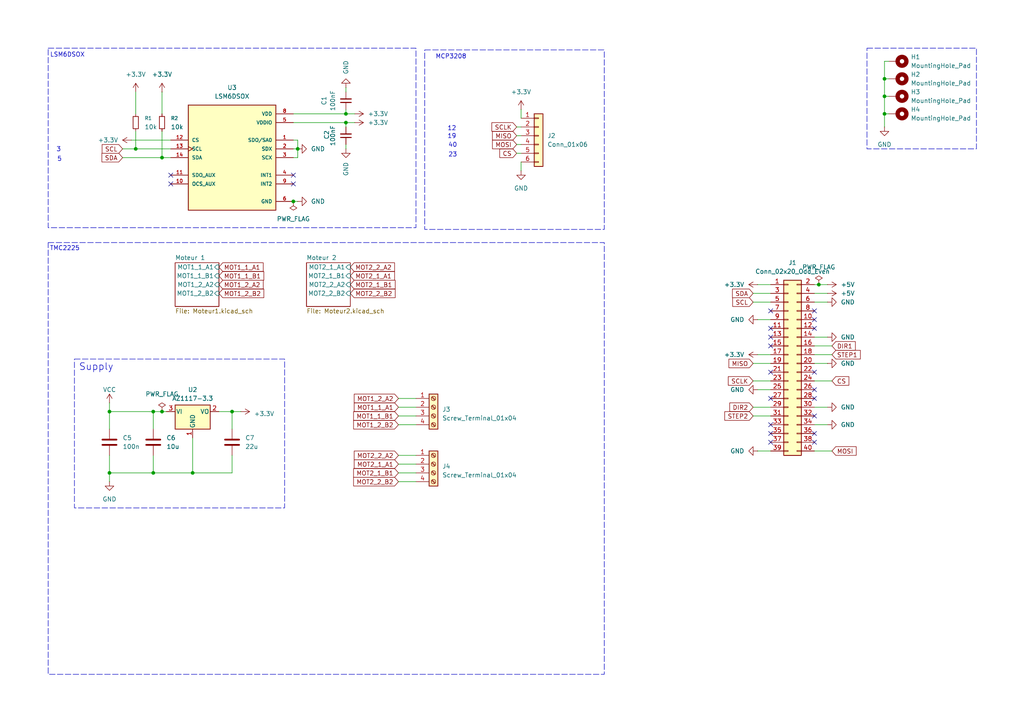
<source format=kicad_sch>
(kicad_sch
	(version 20250114)
	(generator "eeschema")
	(generator_version "9.0")
	(uuid "917aa03c-3980-4eba-8700-b55c1cb55f0b")
	(paper "A4")
	(lib_symbols
		(symbol "Connector:Screw_Terminal_01x04"
			(pin_names
				(offset 1.016)
				(hide yes)
			)
			(exclude_from_sim no)
			(in_bom yes)
			(on_board yes)
			(property "Reference" "J"
				(at 0 5.08 0)
				(effects
					(font
						(size 1.27 1.27)
					)
				)
			)
			(property "Value" "Screw_Terminal_01x04"
				(at 0 -7.62 0)
				(effects
					(font
						(size 1.27 1.27)
					)
				)
			)
			(property "Footprint" ""
				(at 0 0 0)
				(effects
					(font
						(size 1.27 1.27)
					)
					(hide yes)
				)
			)
			(property "Datasheet" "~"
				(at 0 0 0)
				(effects
					(font
						(size 1.27 1.27)
					)
					(hide yes)
				)
			)
			(property "Description" "Generic screw terminal, single row, 01x04, script generated (kicad-library-utils/schlib/autogen/connector/)"
				(at 0 0 0)
				(effects
					(font
						(size 1.27 1.27)
					)
					(hide yes)
				)
			)
			(property "ki_keywords" "screw terminal"
				(at 0 0 0)
				(effects
					(font
						(size 1.27 1.27)
					)
					(hide yes)
				)
			)
			(property "ki_fp_filters" "TerminalBlock*:*"
				(at 0 0 0)
				(effects
					(font
						(size 1.27 1.27)
					)
					(hide yes)
				)
			)
			(symbol "Screw_Terminal_01x04_1_1"
				(rectangle
					(start -1.27 3.81)
					(end 1.27 -6.35)
					(stroke
						(width 0.254)
						(type default)
					)
					(fill
						(type background)
					)
				)
				(polyline
					(pts
						(xy -0.5334 2.8702) (xy 0.3302 2.032)
					)
					(stroke
						(width 0.1524)
						(type default)
					)
					(fill
						(type none)
					)
				)
				(polyline
					(pts
						(xy -0.5334 0.3302) (xy 0.3302 -0.508)
					)
					(stroke
						(width 0.1524)
						(type default)
					)
					(fill
						(type none)
					)
				)
				(polyline
					(pts
						(xy -0.5334 -2.2098) (xy 0.3302 -3.048)
					)
					(stroke
						(width 0.1524)
						(type default)
					)
					(fill
						(type none)
					)
				)
				(polyline
					(pts
						(xy -0.5334 -4.7498) (xy 0.3302 -5.588)
					)
					(stroke
						(width 0.1524)
						(type default)
					)
					(fill
						(type none)
					)
				)
				(polyline
					(pts
						(xy -0.3556 3.048) (xy 0.508 2.2098)
					)
					(stroke
						(width 0.1524)
						(type default)
					)
					(fill
						(type none)
					)
				)
				(polyline
					(pts
						(xy -0.3556 0.508) (xy 0.508 -0.3302)
					)
					(stroke
						(width 0.1524)
						(type default)
					)
					(fill
						(type none)
					)
				)
				(polyline
					(pts
						(xy -0.3556 -2.032) (xy 0.508 -2.8702)
					)
					(stroke
						(width 0.1524)
						(type default)
					)
					(fill
						(type none)
					)
				)
				(polyline
					(pts
						(xy -0.3556 -4.572) (xy 0.508 -5.4102)
					)
					(stroke
						(width 0.1524)
						(type default)
					)
					(fill
						(type none)
					)
				)
				(circle
					(center 0 2.54)
					(radius 0.635)
					(stroke
						(width 0.1524)
						(type default)
					)
					(fill
						(type none)
					)
				)
				(circle
					(center 0 0)
					(radius 0.635)
					(stroke
						(width 0.1524)
						(type default)
					)
					(fill
						(type none)
					)
				)
				(circle
					(center 0 -2.54)
					(radius 0.635)
					(stroke
						(width 0.1524)
						(type default)
					)
					(fill
						(type none)
					)
				)
				(circle
					(center 0 -5.08)
					(radius 0.635)
					(stroke
						(width 0.1524)
						(type default)
					)
					(fill
						(type none)
					)
				)
				(pin passive line
					(at -5.08 2.54 0)
					(length 3.81)
					(name "Pin_1"
						(effects
							(font
								(size 1.27 1.27)
							)
						)
					)
					(number "1"
						(effects
							(font
								(size 1.27 1.27)
							)
						)
					)
				)
				(pin passive line
					(at -5.08 0 0)
					(length 3.81)
					(name "Pin_2"
						(effects
							(font
								(size 1.27 1.27)
							)
						)
					)
					(number "2"
						(effects
							(font
								(size 1.27 1.27)
							)
						)
					)
				)
				(pin passive line
					(at -5.08 -2.54 0)
					(length 3.81)
					(name "Pin_3"
						(effects
							(font
								(size 1.27 1.27)
							)
						)
					)
					(number "3"
						(effects
							(font
								(size 1.27 1.27)
							)
						)
					)
				)
				(pin passive line
					(at -5.08 -5.08 0)
					(length 3.81)
					(name "Pin_4"
						(effects
							(font
								(size 1.27 1.27)
							)
						)
					)
					(number "4"
						(effects
							(font
								(size 1.27 1.27)
							)
						)
					)
				)
			)
			(embedded_fonts no)
		)
		(symbol "Connector_Generic:Conn_01x06"
			(pin_names
				(offset 1.016)
				(hide yes)
			)
			(exclude_from_sim no)
			(in_bom yes)
			(on_board yes)
			(property "Reference" "J"
				(at 0 7.62 0)
				(effects
					(font
						(size 1.27 1.27)
					)
				)
			)
			(property "Value" "Conn_01x06"
				(at 0 -10.16 0)
				(effects
					(font
						(size 1.27 1.27)
					)
				)
			)
			(property "Footprint" ""
				(at 0 0 0)
				(effects
					(font
						(size 1.27 1.27)
					)
					(hide yes)
				)
			)
			(property "Datasheet" "~"
				(at 0 0 0)
				(effects
					(font
						(size 1.27 1.27)
					)
					(hide yes)
				)
			)
			(property "Description" "Generic connector, single row, 01x06, script generated (kicad-library-utils/schlib/autogen/connector/)"
				(at 0 0 0)
				(effects
					(font
						(size 1.27 1.27)
					)
					(hide yes)
				)
			)
			(property "ki_keywords" "connector"
				(at 0 0 0)
				(effects
					(font
						(size 1.27 1.27)
					)
					(hide yes)
				)
			)
			(property "ki_fp_filters" "Connector*:*_1x??_*"
				(at 0 0 0)
				(effects
					(font
						(size 1.27 1.27)
					)
					(hide yes)
				)
			)
			(symbol "Conn_01x06_1_1"
				(rectangle
					(start -1.27 6.35)
					(end 1.27 -8.89)
					(stroke
						(width 0.254)
						(type default)
					)
					(fill
						(type background)
					)
				)
				(rectangle
					(start -1.27 5.207)
					(end 0 4.953)
					(stroke
						(width 0.1524)
						(type default)
					)
					(fill
						(type none)
					)
				)
				(rectangle
					(start -1.27 2.667)
					(end 0 2.413)
					(stroke
						(width 0.1524)
						(type default)
					)
					(fill
						(type none)
					)
				)
				(rectangle
					(start -1.27 0.127)
					(end 0 -0.127)
					(stroke
						(width 0.1524)
						(type default)
					)
					(fill
						(type none)
					)
				)
				(rectangle
					(start -1.27 -2.413)
					(end 0 -2.667)
					(stroke
						(width 0.1524)
						(type default)
					)
					(fill
						(type none)
					)
				)
				(rectangle
					(start -1.27 -4.953)
					(end 0 -5.207)
					(stroke
						(width 0.1524)
						(type default)
					)
					(fill
						(type none)
					)
				)
				(rectangle
					(start -1.27 -7.493)
					(end 0 -7.747)
					(stroke
						(width 0.1524)
						(type default)
					)
					(fill
						(type none)
					)
				)
				(pin passive line
					(at -5.08 5.08 0)
					(length 3.81)
					(name "Pin_1"
						(effects
							(font
								(size 1.27 1.27)
							)
						)
					)
					(number "1"
						(effects
							(font
								(size 1.27 1.27)
							)
						)
					)
				)
				(pin passive line
					(at -5.08 2.54 0)
					(length 3.81)
					(name "Pin_2"
						(effects
							(font
								(size 1.27 1.27)
							)
						)
					)
					(number "2"
						(effects
							(font
								(size 1.27 1.27)
							)
						)
					)
				)
				(pin passive line
					(at -5.08 0 0)
					(length 3.81)
					(name "Pin_3"
						(effects
							(font
								(size 1.27 1.27)
							)
						)
					)
					(number "3"
						(effects
							(font
								(size 1.27 1.27)
							)
						)
					)
				)
				(pin passive line
					(at -5.08 -2.54 0)
					(length 3.81)
					(name "Pin_4"
						(effects
							(font
								(size 1.27 1.27)
							)
						)
					)
					(number "4"
						(effects
							(font
								(size 1.27 1.27)
							)
						)
					)
				)
				(pin passive line
					(at -5.08 -5.08 0)
					(length 3.81)
					(name "Pin_5"
						(effects
							(font
								(size 1.27 1.27)
							)
						)
					)
					(number "5"
						(effects
							(font
								(size 1.27 1.27)
							)
						)
					)
				)
				(pin passive line
					(at -5.08 -7.62 0)
					(length 3.81)
					(name "Pin_6"
						(effects
							(font
								(size 1.27 1.27)
							)
						)
					)
					(number "6"
						(effects
							(font
								(size 1.27 1.27)
							)
						)
					)
				)
			)
			(embedded_fonts no)
		)
		(symbol "Connector_Generic:Conn_02x20_Odd_Even"
			(pin_names
				(offset 1.016)
				(hide yes)
			)
			(exclude_from_sim no)
			(in_bom yes)
			(on_board yes)
			(property "Reference" "J"
				(at 1.27 25.4 0)
				(effects
					(font
						(size 1.27 1.27)
					)
				)
			)
			(property "Value" "Conn_02x20_Odd_Even"
				(at 1.27 -27.94 0)
				(effects
					(font
						(size 1.27 1.27)
					)
				)
			)
			(property "Footprint" ""
				(at 0 0 0)
				(effects
					(font
						(size 1.27 1.27)
					)
					(hide yes)
				)
			)
			(property "Datasheet" "~"
				(at 0 0 0)
				(effects
					(font
						(size 1.27 1.27)
					)
					(hide yes)
				)
			)
			(property "Description" "Generic connector, double row, 02x20, odd/even pin numbering scheme (row 1 odd numbers, row 2 even numbers), script generated (kicad-library-utils/schlib/autogen/connector/)"
				(at 0 0 0)
				(effects
					(font
						(size 1.27 1.27)
					)
					(hide yes)
				)
			)
			(property "ki_keywords" "connector"
				(at 0 0 0)
				(effects
					(font
						(size 1.27 1.27)
					)
					(hide yes)
				)
			)
			(property "ki_fp_filters" "Connector*:*_2x??_*"
				(at 0 0 0)
				(effects
					(font
						(size 1.27 1.27)
					)
					(hide yes)
				)
			)
			(symbol "Conn_02x20_Odd_Even_1_1"
				(rectangle
					(start -1.27 24.13)
					(end 3.81 -26.67)
					(stroke
						(width 0.254)
						(type default)
					)
					(fill
						(type background)
					)
				)
				(rectangle
					(start -1.27 22.987)
					(end 0 22.733)
					(stroke
						(width 0.1524)
						(type default)
					)
					(fill
						(type none)
					)
				)
				(rectangle
					(start -1.27 20.447)
					(end 0 20.193)
					(stroke
						(width 0.1524)
						(type default)
					)
					(fill
						(type none)
					)
				)
				(rectangle
					(start -1.27 17.907)
					(end 0 17.653)
					(stroke
						(width 0.1524)
						(type default)
					)
					(fill
						(type none)
					)
				)
				(rectangle
					(start -1.27 15.367)
					(end 0 15.113)
					(stroke
						(width 0.1524)
						(type default)
					)
					(fill
						(type none)
					)
				)
				(rectangle
					(start -1.27 12.827)
					(end 0 12.573)
					(stroke
						(width 0.1524)
						(type default)
					)
					(fill
						(type none)
					)
				)
				(rectangle
					(start -1.27 10.287)
					(end 0 10.033)
					(stroke
						(width 0.1524)
						(type default)
					)
					(fill
						(type none)
					)
				)
				(rectangle
					(start -1.27 7.747)
					(end 0 7.493)
					(stroke
						(width 0.1524)
						(type default)
					)
					(fill
						(type none)
					)
				)
				(rectangle
					(start -1.27 5.207)
					(end 0 4.953)
					(stroke
						(width 0.1524)
						(type default)
					)
					(fill
						(type none)
					)
				)
				(rectangle
					(start -1.27 2.667)
					(end 0 2.413)
					(stroke
						(width 0.1524)
						(type default)
					)
					(fill
						(type none)
					)
				)
				(rectangle
					(start -1.27 0.127)
					(end 0 -0.127)
					(stroke
						(width 0.1524)
						(type default)
					)
					(fill
						(type none)
					)
				)
				(rectangle
					(start -1.27 -2.413)
					(end 0 -2.667)
					(stroke
						(width 0.1524)
						(type default)
					)
					(fill
						(type none)
					)
				)
				(rectangle
					(start -1.27 -4.953)
					(end 0 -5.207)
					(stroke
						(width 0.1524)
						(type default)
					)
					(fill
						(type none)
					)
				)
				(rectangle
					(start -1.27 -7.493)
					(end 0 -7.747)
					(stroke
						(width 0.1524)
						(type default)
					)
					(fill
						(type none)
					)
				)
				(rectangle
					(start -1.27 -10.033)
					(end 0 -10.287)
					(stroke
						(width 0.1524)
						(type default)
					)
					(fill
						(type none)
					)
				)
				(rectangle
					(start -1.27 -12.573)
					(end 0 -12.827)
					(stroke
						(width 0.1524)
						(type default)
					)
					(fill
						(type none)
					)
				)
				(rectangle
					(start -1.27 -15.113)
					(end 0 -15.367)
					(stroke
						(width 0.1524)
						(type default)
					)
					(fill
						(type none)
					)
				)
				(rectangle
					(start -1.27 -17.653)
					(end 0 -17.907)
					(stroke
						(width 0.1524)
						(type default)
					)
					(fill
						(type none)
					)
				)
				(rectangle
					(start -1.27 -20.193)
					(end 0 -20.447)
					(stroke
						(width 0.1524)
						(type default)
					)
					(fill
						(type none)
					)
				)
				(rectangle
					(start -1.27 -22.733)
					(end 0 -22.987)
					(stroke
						(width 0.1524)
						(type default)
					)
					(fill
						(type none)
					)
				)
				(rectangle
					(start -1.27 -25.273)
					(end 0 -25.527)
					(stroke
						(width 0.1524)
						(type default)
					)
					(fill
						(type none)
					)
				)
				(rectangle
					(start 3.81 22.987)
					(end 2.54 22.733)
					(stroke
						(width 0.1524)
						(type default)
					)
					(fill
						(type none)
					)
				)
				(rectangle
					(start 3.81 20.447)
					(end 2.54 20.193)
					(stroke
						(width 0.1524)
						(type default)
					)
					(fill
						(type none)
					)
				)
				(rectangle
					(start 3.81 17.907)
					(end 2.54 17.653)
					(stroke
						(width 0.1524)
						(type default)
					)
					(fill
						(type none)
					)
				)
				(rectangle
					(start 3.81 15.367)
					(end 2.54 15.113)
					(stroke
						(width 0.1524)
						(type default)
					)
					(fill
						(type none)
					)
				)
				(rectangle
					(start 3.81 12.827)
					(end 2.54 12.573)
					(stroke
						(width 0.1524)
						(type default)
					)
					(fill
						(type none)
					)
				)
				(rectangle
					(start 3.81 10.287)
					(end 2.54 10.033)
					(stroke
						(width 0.1524)
						(type default)
					)
					(fill
						(type none)
					)
				)
				(rectangle
					(start 3.81 7.747)
					(end 2.54 7.493)
					(stroke
						(width 0.1524)
						(type default)
					)
					(fill
						(type none)
					)
				)
				(rectangle
					(start 3.81 5.207)
					(end 2.54 4.953)
					(stroke
						(width 0.1524)
						(type default)
					)
					(fill
						(type none)
					)
				)
				(rectangle
					(start 3.81 2.667)
					(end 2.54 2.413)
					(stroke
						(width 0.1524)
						(type default)
					)
					(fill
						(type none)
					)
				)
				(rectangle
					(start 3.81 0.127)
					(end 2.54 -0.127)
					(stroke
						(width 0.1524)
						(type default)
					)
					(fill
						(type none)
					)
				)
				(rectangle
					(start 3.81 -2.413)
					(end 2.54 -2.667)
					(stroke
						(width 0.1524)
						(type default)
					)
					(fill
						(type none)
					)
				)
				(rectangle
					(start 3.81 -4.953)
					(end 2.54 -5.207)
					(stroke
						(width 0.1524)
						(type default)
					)
					(fill
						(type none)
					)
				)
				(rectangle
					(start 3.81 -7.493)
					(end 2.54 -7.747)
					(stroke
						(width 0.1524)
						(type default)
					)
					(fill
						(type none)
					)
				)
				(rectangle
					(start 3.81 -10.033)
					(end 2.54 -10.287)
					(stroke
						(width 0.1524)
						(type default)
					)
					(fill
						(type none)
					)
				)
				(rectangle
					(start 3.81 -12.573)
					(end 2.54 -12.827)
					(stroke
						(width 0.1524)
						(type default)
					)
					(fill
						(type none)
					)
				)
				(rectangle
					(start 3.81 -15.113)
					(end 2.54 -15.367)
					(stroke
						(width 0.1524)
						(type default)
					)
					(fill
						(type none)
					)
				)
				(rectangle
					(start 3.81 -17.653)
					(end 2.54 -17.907)
					(stroke
						(width 0.1524)
						(type default)
					)
					(fill
						(type none)
					)
				)
				(rectangle
					(start 3.81 -20.193)
					(end 2.54 -20.447)
					(stroke
						(width 0.1524)
						(type default)
					)
					(fill
						(type none)
					)
				)
				(rectangle
					(start 3.81 -22.733)
					(end 2.54 -22.987)
					(stroke
						(width 0.1524)
						(type default)
					)
					(fill
						(type none)
					)
				)
				(rectangle
					(start 3.81 -25.273)
					(end 2.54 -25.527)
					(stroke
						(width 0.1524)
						(type default)
					)
					(fill
						(type none)
					)
				)
				(pin passive line
					(at -5.08 22.86 0)
					(length 3.81)
					(name "Pin_1"
						(effects
							(font
								(size 1.27 1.27)
							)
						)
					)
					(number "1"
						(effects
							(font
								(size 1.27 1.27)
							)
						)
					)
				)
				(pin passive line
					(at -5.08 20.32 0)
					(length 3.81)
					(name "Pin_3"
						(effects
							(font
								(size 1.27 1.27)
							)
						)
					)
					(number "3"
						(effects
							(font
								(size 1.27 1.27)
							)
						)
					)
				)
				(pin passive line
					(at -5.08 17.78 0)
					(length 3.81)
					(name "Pin_5"
						(effects
							(font
								(size 1.27 1.27)
							)
						)
					)
					(number "5"
						(effects
							(font
								(size 1.27 1.27)
							)
						)
					)
				)
				(pin passive line
					(at -5.08 15.24 0)
					(length 3.81)
					(name "Pin_7"
						(effects
							(font
								(size 1.27 1.27)
							)
						)
					)
					(number "7"
						(effects
							(font
								(size 1.27 1.27)
							)
						)
					)
				)
				(pin passive line
					(at -5.08 12.7 0)
					(length 3.81)
					(name "Pin_9"
						(effects
							(font
								(size 1.27 1.27)
							)
						)
					)
					(number "9"
						(effects
							(font
								(size 1.27 1.27)
							)
						)
					)
				)
				(pin passive line
					(at -5.08 10.16 0)
					(length 3.81)
					(name "Pin_11"
						(effects
							(font
								(size 1.27 1.27)
							)
						)
					)
					(number "11"
						(effects
							(font
								(size 1.27 1.27)
							)
						)
					)
				)
				(pin passive line
					(at -5.08 7.62 0)
					(length 3.81)
					(name "Pin_13"
						(effects
							(font
								(size 1.27 1.27)
							)
						)
					)
					(number "13"
						(effects
							(font
								(size 1.27 1.27)
							)
						)
					)
				)
				(pin passive line
					(at -5.08 5.08 0)
					(length 3.81)
					(name "Pin_15"
						(effects
							(font
								(size 1.27 1.27)
							)
						)
					)
					(number "15"
						(effects
							(font
								(size 1.27 1.27)
							)
						)
					)
				)
				(pin passive line
					(at -5.08 2.54 0)
					(length 3.81)
					(name "Pin_17"
						(effects
							(font
								(size 1.27 1.27)
							)
						)
					)
					(number "17"
						(effects
							(font
								(size 1.27 1.27)
							)
						)
					)
				)
				(pin passive line
					(at -5.08 0 0)
					(length 3.81)
					(name "Pin_19"
						(effects
							(font
								(size 1.27 1.27)
							)
						)
					)
					(number "19"
						(effects
							(font
								(size 1.27 1.27)
							)
						)
					)
				)
				(pin passive line
					(at -5.08 -2.54 0)
					(length 3.81)
					(name "Pin_21"
						(effects
							(font
								(size 1.27 1.27)
							)
						)
					)
					(number "21"
						(effects
							(font
								(size 1.27 1.27)
							)
						)
					)
				)
				(pin passive line
					(at -5.08 -5.08 0)
					(length 3.81)
					(name "Pin_23"
						(effects
							(font
								(size 1.27 1.27)
							)
						)
					)
					(number "23"
						(effects
							(font
								(size 1.27 1.27)
							)
						)
					)
				)
				(pin passive line
					(at -5.08 -7.62 0)
					(length 3.81)
					(name "Pin_25"
						(effects
							(font
								(size 1.27 1.27)
							)
						)
					)
					(number "25"
						(effects
							(font
								(size 1.27 1.27)
							)
						)
					)
				)
				(pin passive line
					(at -5.08 -10.16 0)
					(length 3.81)
					(name "Pin_27"
						(effects
							(font
								(size 1.27 1.27)
							)
						)
					)
					(number "27"
						(effects
							(font
								(size 1.27 1.27)
							)
						)
					)
				)
				(pin passive line
					(at -5.08 -12.7 0)
					(length 3.81)
					(name "Pin_29"
						(effects
							(font
								(size 1.27 1.27)
							)
						)
					)
					(number "29"
						(effects
							(font
								(size 1.27 1.27)
							)
						)
					)
				)
				(pin passive line
					(at -5.08 -15.24 0)
					(length 3.81)
					(name "Pin_31"
						(effects
							(font
								(size 1.27 1.27)
							)
						)
					)
					(number "31"
						(effects
							(font
								(size 1.27 1.27)
							)
						)
					)
				)
				(pin passive line
					(at -5.08 -17.78 0)
					(length 3.81)
					(name "Pin_33"
						(effects
							(font
								(size 1.27 1.27)
							)
						)
					)
					(number "33"
						(effects
							(font
								(size 1.27 1.27)
							)
						)
					)
				)
				(pin passive line
					(at -5.08 -20.32 0)
					(length 3.81)
					(name "Pin_35"
						(effects
							(font
								(size 1.27 1.27)
							)
						)
					)
					(number "35"
						(effects
							(font
								(size 1.27 1.27)
							)
						)
					)
				)
				(pin passive line
					(at -5.08 -22.86 0)
					(length 3.81)
					(name "Pin_37"
						(effects
							(font
								(size 1.27 1.27)
							)
						)
					)
					(number "37"
						(effects
							(font
								(size 1.27 1.27)
							)
						)
					)
				)
				(pin passive line
					(at -5.08 -25.4 0)
					(length 3.81)
					(name "Pin_39"
						(effects
							(font
								(size 1.27 1.27)
							)
						)
					)
					(number "39"
						(effects
							(font
								(size 1.27 1.27)
							)
						)
					)
				)
				(pin passive line
					(at 7.62 22.86 180)
					(length 3.81)
					(name "Pin_2"
						(effects
							(font
								(size 1.27 1.27)
							)
						)
					)
					(number "2"
						(effects
							(font
								(size 1.27 1.27)
							)
						)
					)
				)
				(pin passive line
					(at 7.62 20.32 180)
					(length 3.81)
					(name "Pin_4"
						(effects
							(font
								(size 1.27 1.27)
							)
						)
					)
					(number "4"
						(effects
							(font
								(size 1.27 1.27)
							)
						)
					)
				)
				(pin passive line
					(at 7.62 17.78 180)
					(length 3.81)
					(name "Pin_6"
						(effects
							(font
								(size 1.27 1.27)
							)
						)
					)
					(number "6"
						(effects
							(font
								(size 1.27 1.27)
							)
						)
					)
				)
				(pin passive line
					(at 7.62 15.24 180)
					(length 3.81)
					(name "Pin_8"
						(effects
							(font
								(size 1.27 1.27)
							)
						)
					)
					(number "8"
						(effects
							(font
								(size 1.27 1.27)
							)
						)
					)
				)
				(pin passive line
					(at 7.62 12.7 180)
					(length 3.81)
					(name "Pin_10"
						(effects
							(font
								(size 1.27 1.27)
							)
						)
					)
					(number "10"
						(effects
							(font
								(size 1.27 1.27)
							)
						)
					)
				)
				(pin passive line
					(at 7.62 10.16 180)
					(length 3.81)
					(name "Pin_12"
						(effects
							(font
								(size 1.27 1.27)
							)
						)
					)
					(number "12"
						(effects
							(font
								(size 1.27 1.27)
							)
						)
					)
				)
				(pin passive line
					(at 7.62 7.62 180)
					(length 3.81)
					(name "Pin_14"
						(effects
							(font
								(size 1.27 1.27)
							)
						)
					)
					(number "14"
						(effects
							(font
								(size 1.27 1.27)
							)
						)
					)
				)
				(pin passive line
					(at 7.62 5.08 180)
					(length 3.81)
					(name "Pin_16"
						(effects
							(font
								(size 1.27 1.27)
							)
						)
					)
					(number "16"
						(effects
							(font
								(size 1.27 1.27)
							)
						)
					)
				)
				(pin passive line
					(at 7.62 2.54 180)
					(length 3.81)
					(name "Pin_18"
						(effects
							(font
								(size 1.27 1.27)
							)
						)
					)
					(number "18"
						(effects
							(font
								(size 1.27 1.27)
							)
						)
					)
				)
				(pin passive line
					(at 7.62 0 180)
					(length 3.81)
					(name "Pin_20"
						(effects
							(font
								(size 1.27 1.27)
							)
						)
					)
					(number "20"
						(effects
							(font
								(size 1.27 1.27)
							)
						)
					)
				)
				(pin passive line
					(at 7.62 -2.54 180)
					(length 3.81)
					(name "Pin_22"
						(effects
							(font
								(size 1.27 1.27)
							)
						)
					)
					(number "22"
						(effects
							(font
								(size 1.27 1.27)
							)
						)
					)
				)
				(pin passive line
					(at 7.62 -5.08 180)
					(length 3.81)
					(name "Pin_24"
						(effects
							(font
								(size 1.27 1.27)
							)
						)
					)
					(number "24"
						(effects
							(font
								(size 1.27 1.27)
							)
						)
					)
				)
				(pin passive line
					(at 7.62 -7.62 180)
					(length 3.81)
					(name "Pin_26"
						(effects
							(font
								(size 1.27 1.27)
							)
						)
					)
					(number "26"
						(effects
							(font
								(size 1.27 1.27)
							)
						)
					)
				)
				(pin passive line
					(at 7.62 -10.16 180)
					(length 3.81)
					(name "Pin_28"
						(effects
							(font
								(size 1.27 1.27)
							)
						)
					)
					(number "28"
						(effects
							(font
								(size 1.27 1.27)
							)
						)
					)
				)
				(pin passive line
					(at 7.62 -12.7 180)
					(length 3.81)
					(name "Pin_30"
						(effects
							(font
								(size 1.27 1.27)
							)
						)
					)
					(number "30"
						(effects
							(font
								(size 1.27 1.27)
							)
						)
					)
				)
				(pin passive line
					(at 7.62 -15.24 180)
					(length 3.81)
					(name "Pin_32"
						(effects
							(font
								(size 1.27 1.27)
							)
						)
					)
					(number "32"
						(effects
							(font
								(size 1.27 1.27)
							)
						)
					)
				)
				(pin passive line
					(at 7.62 -17.78 180)
					(length 3.81)
					(name "Pin_34"
						(effects
							(font
								(size 1.27 1.27)
							)
						)
					)
					(number "34"
						(effects
							(font
								(size 1.27 1.27)
							)
						)
					)
				)
				(pin passive line
					(at 7.62 -20.32 180)
					(length 3.81)
					(name "Pin_36"
						(effects
							(font
								(size 1.27 1.27)
							)
						)
					)
					(number "36"
						(effects
							(font
								(size 1.27 1.27)
							)
						)
					)
				)
				(pin passive line
					(at 7.62 -22.86 180)
					(length 3.81)
					(name "Pin_38"
						(effects
							(font
								(size 1.27 1.27)
							)
						)
					)
					(number "38"
						(effects
							(font
								(size 1.27 1.27)
							)
						)
					)
				)
				(pin passive line
					(at 7.62 -25.4 180)
					(length 3.81)
					(name "Pin_40"
						(effects
							(font
								(size 1.27 1.27)
							)
						)
					)
					(number "40"
						(effects
							(font
								(size 1.27 1.27)
							)
						)
					)
				)
			)
			(embedded_fonts no)
		)
		(symbol "Device:C"
			(pin_numbers
				(hide yes)
			)
			(pin_names
				(offset 0.254)
			)
			(exclude_from_sim no)
			(in_bom yes)
			(on_board yes)
			(property "Reference" "C"
				(at 0.635 2.54 0)
				(effects
					(font
						(size 1.27 1.27)
					)
					(justify left)
				)
			)
			(property "Value" "C"
				(at 0.635 -2.54 0)
				(effects
					(font
						(size 1.27 1.27)
					)
					(justify left)
				)
			)
			(property "Footprint" ""
				(at 0.9652 -3.81 0)
				(effects
					(font
						(size 1.27 1.27)
					)
					(hide yes)
				)
			)
			(property "Datasheet" "~"
				(at 0 0 0)
				(effects
					(font
						(size 1.27 1.27)
					)
					(hide yes)
				)
			)
			(property "Description" "Unpolarized capacitor"
				(at 0 0 0)
				(effects
					(font
						(size 1.27 1.27)
					)
					(hide yes)
				)
			)
			(property "ki_keywords" "cap capacitor"
				(at 0 0 0)
				(effects
					(font
						(size 1.27 1.27)
					)
					(hide yes)
				)
			)
			(property "ki_fp_filters" "C_*"
				(at 0 0 0)
				(effects
					(font
						(size 1.27 1.27)
					)
					(hide yes)
				)
			)
			(symbol "C_0_1"
				(polyline
					(pts
						(xy -2.032 0.762) (xy 2.032 0.762)
					)
					(stroke
						(width 0.508)
						(type default)
					)
					(fill
						(type none)
					)
				)
				(polyline
					(pts
						(xy -2.032 -0.762) (xy 2.032 -0.762)
					)
					(stroke
						(width 0.508)
						(type default)
					)
					(fill
						(type none)
					)
				)
			)
			(symbol "C_1_1"
				(pin passive line
					(at 0 3.81 270)
					(length 2.794)
					(name "~"
						(effects
							(font
								(size 1.27 1.27)
							)
						)
					)
					(number "1"
						(effects
							(font
								(size 1.27 1.27)
							)
						)
					)
				)
				(pin passive line
					(at 0 -3.81 90)
					(length 2.794)
					(name "~"
						(effects
							(font
								(size 1.27 1.27)
							)
						)
					)
					(number "2"
						(effects
							(font
								(size 1.27 1.27)
							)
						)
					)
				)
			)
			(embedded_fonts no)
		)
		(symbol "Device:C_Small"
			(pin_numbers
				(hide yes)
			)
			(pin_names
				(offset 0.254)
				(hide yes)
			)
			(exclude_from_sim no)
			(in_bom yes)
			(on_board yes)
			(property "Reference" "C"
				(at 0.254 1.778 0)
				(effects
					(font
						(size 1.27 1.27)
					)
					(justify left)
				)
			)
			(property "Value" "C_Small"
				(at 0.254 -2.032 0)
				(effects
					(font
						(size 1.27 1.27)
					)
					(justify left)
				)
			)
			(property "Footprint" ""
				(at 0 0 0)
				(effects
					(font
						(size 1.27 1.27)
					)
					(hide yes)
				)
			)
			(property "Datasheet" "~"
				(at 0 0 0)
				(effects
					(font
						(size 1.27 1.27)
					)
					(hide yes)
				)
			)
			(property "Description" "Unpolarized capacitor, small symbol"
				(at 0 0 0)
				(effects
					(font
						(size 1.27 1.27)
					)
					(hide yes)
				)
			)
			(property "ki_keywords" "capacitor cap"
				(at 0 0 0)
				(effects
					(font
						(size 1.27 1.27)
					)
					(hide yes)
				)
			)
			(property "ki_fp_filters" "C_*"
				(at 0 0 0)
				(effects
					(font
						(size 1.27 1.27)
					)
					(hide yes)
				)
			)
			(symbol "C_Small_0_1"
				(polyline
					(pts
						(xy -1.524 0.508) (xy 1.524 0.508)
					)
					(stroke
						(width 0.3048)
						(type default)
					)
					(fill
						(type none)
					)
				)
				(polyline
					(pts
						(xy -1.524 -0.508) (xy 1.524 -0.508)
					)
					(stroke
						(width 0.3302)
						(type default)
					)
					(fill
						(type none)
					)
				)
			)
			(symbol "C_Small_1_1"
				(pin passive line
					(at 0 2.54 270)
					(length 2.032)
					(name "~"
						(effects
							(font
								(size 1.27 1.27)
							)
						)
					)
					(number "1"
						(effects
							(font
								(size 1.27 1.27)
							)
						)
					)
				)
				(pin passive line
					(at 0 -2.54 90)
					(length 2.032)
					(name "~"
						(effects
							(font
								(size 1.27 1.27)
							)
						)
					)
					(number "2"
						(effects
							(font
								(size 1.27 1.27)
							)
						)
					)
				)
			)
			(embedded_fonts no)
		)
		(symbol "Device:R_Small"
			(pin_numbers
				(hide yes)
			)
			(pin_names
				(offset 0.254)
				(hide yes)
			)
			(exclude_from_sim no)
			(in_bom yes)
			(on_board yes)
			(property "Reference" "R"
				(at 0 0 90)
				(effects
					(font
						(size 1.016 1.016)
					)
				)
			)
			(property "Value" "R_Small"
				(at 1.778 0 90)
				(effects
					(font
						(size 1.27 1.27)
					)
				)
			)
			(property "Footprint" ""
				(at 0 0 0)
				(effects
					(font
						(size 1.27 1.27)
					)
					(hide yes)
				)
			)
			(property "Datasheet" "~"
				(at 0 0 0)
				(effects
					(font
						(size 1.27 1.27)
					)
					(hide yes)
				)
			)
			(property "Description" "Resistor, small symbol"
				(at 0 0 0)
				(effects
					(font
						(size 1.27 1.27)
					)
					(hide yes)
				)
			)
			(property "ki_keywords" "R resistor"
				(at 0 0 0)
				(effects
					(font
						(size 1.27 1.27)
					)
					(hide yes)
				)
			)
			(property "ki_fp_filters" "R_*"
				(at 0 0 0)
				(effects
					(font
						(size 1.27 1.27)
					)
					(hide yes)
				)
			)
			(symbol "R_Small_0_1"
				(rectangle
					(start -0.762 1.778)
					(end 0.762 -1.778)
					(stroke
						(width 0.2032)
						(type default)
					)
					(fill
						(type none)
					)
				)
			)
			(symbol "R_Small_1_1"
				(pin passive line
					(at 0 2.54 270)
					(length 0.762)
					(name "~"
						(effects
							(font
								(size 1.27 1.27)
							)
						)
					)
					(number "1"
						(effects
							(font
								(size 1.27 1.27)
							)
						)
					)
				)
				(pin passive line
					(at 0 -2.54 90)
					(length 0.762)
					(name "~"
						(effects
							(font
								(size 1.27 1.27)
							)
						)
					)
					(number "2"
						(effects
							(font
								(size 1.27 1.27)
							)
						)
					)
				)
			)
			(embedded_fonts no)
		)
		(symbol "LSM6DSOX:LSM6DSOX"
			(pin_names
				(offset 1.016)
			)
			(exclude_from_sim no)
			(in_bom yes)
			(on_board yes)
			(property "Reference" "U"
				(at -12.7 16.002 0)
				(effects
					(font
						(size 1.27 1.27)
					)
					(justify left bottom)
				)
			)
			(property "Value" "LSM6DSOX"
				(at -12.7 -17.78 0)
				(effects
					(font
						(size 1.27 1.27)
					)
					(justify left bottom)
				)
			)
			(property "Footprint" "LSM6DSOX:PQFN50P250X300X86-14N"
				(at 0 0 0)
				(effects
					(font
						(size 1.27 1.27)
					)
					(justify bottom)
					(hide yes)
				)
			)
			(property "Datasheet" ""
				(at 0 0 0)
				(effects
					(font
						(size 1.27 1.27)
					)
					(hide yes)
				)
			)
			(property "Description" ""
				(at 0 0 0)
				(effects
					(font
						(size 1.27 1.27)
					)
					(hide yes)
				)
			)
			(property "MF" "STMicroelectronics"
				(at 0 0 0)
				(effects
					(font
						(size 1.27 1.27)
					)
					(justify bottom)
					(hide yes)
				)
			)
			(property "Description_1" "3D Accelerometer and 3D Gyroscope Sensor Digital Output 1.8V 14-Pin LGA T/R"
				(at 0 0 0)
				(effects
					(font
						(size 1.27 1.27)
					)
					(justify bottom)
					(hide yes)
				)
			)
			(property "Package" "VFLGA-14 STMicroelectronics"
				(at 0 0 0)
				(effects
					(font
						(size 1.27 1.27)
					)
					(justify bottom)
					(hide yes)
				)
			)
			(property "Price" "None"
				(at 0 0 0)
				(effects
					(font
						(size 1.27 1.27)
					)
					(justify bottom)
					(hide yes)
				)
			)
			(property "Check_prices" "https://www.snapeda.com/parts/LSM6DSOX/STMicroelectronics/view-part/?ref=eda"
				(at 0 0 0)
				(effects
					(font
						(size 1.27 1.27)
					)
					(justify bottom)
					(hide yes)
				)
			)
			(property "STANDARD" "IPC7351B"
				(at 0 0 0)
				(effects
					(font
						(size 1.27 1.27)
					)
					(justify bottom)
					(hide yes)
				)
			)
			(property "PARTREV" "3.0"
				(at 0 0 0)
				(effects
					(font
						(size 1.27 1.27)
					)
					(justify bottom)
					(hide yes)
				)
			)
			(property "SnapEDA_Link" "https://www.snapeda.com/parts/LSM6DSOX/STMicroelectronics/view-part/?ref=snap"
				(at 0 0 0)
				(effects
					(font
						(size 1.27 1.27)
					)
					(justify bottom)
					(hide yes)
				)
			)
			(property "MP" "LSM6DSOX"
				(at 0 0 0)
				(effects
					(font
						(size 1.27 1.27)
					)
					(justify bottom)
					(hide yes)
				)
			)
			(property "Availability" "In Stock"
				(at 0 0 0)
				(effects
					(font
						(size 1.27 1.27)
					)
					(justify bottom)
					(hide yes)
				)
			)
			(property "MANUFACTURER" "ST Microelectronics"
				(at 0 0 0)
				(effects
					(font
						(size 1.27 1.27)
					)
					(justify bottom)
					(hide yes)
				)
			)
			(symbol "LSM6DSOX_0_0"
				(rectangle
					(start -12.7 -15.24)
					(end 12.7 15.24)
					(stroke
						(width 0.254)
						(type default)
					)
					(fill
						(type background)
					)
				)
				(pin input line
					(at -17.78 5.08 0)
					(length 5.08)
					(name "CS"
						(effects
							(font
								(size 1.016 1.016)
							)
						)
					)
					(number "12"
						(effects
							(font
								(size 1.016 1.016)
							)
						)
					)
				)
				(pin input clock
					(at -17.78 2.54 0)
					(length 5.08)
					(name "SCL"
						(effects
							(font
								(size 1.016 1.016)
							)
						)
					)
					(number "13"
						(effects
							(font
								(size 1.016 1.016)
							)
						)
					)
				)
				(pin bidirectional line
					(at -17.78 0 0)
					(length 5.08)
					(name "SDA"
						(effects
							(font
								(size 1.016 1.016)
							)
						)
					)
					(number "14"
						(effects
							(font
								(size 1.016 1.016)
							)
						)
					)
				)
				(pin bidirectional line
					(at -17.78 -5.08 0)
					(length 5.08)
					(name "SDO_AUX"
						(effects
							(font
								(size 1.016 1.016)
							)
						)
					)
					(number "11"
						(effects
							(font
								(size 1.016 1.016)
							)
						)
					)
				)
				(pin bidirectional line
					(at -17.78 -7.62 0)
					(length 5.08)
					(name "OCS_AUX"
						(effects
							(font
								(size 1.016 1.016)
							)
						)
					)
					(number "10"
						(effects
							(font
								(size 1.016 1.016)
							)
						)
					)
				)
				(pin power_in line
					(at 17.78 12.7 180)
					(length 5.08)
					(name "VDD"
						(effects
							(font
								(size 1.016 1.016)
							)
						)
					)
					(number "8"
						(effects
							(font
								(size 1.016 1.016)
							)
						)
					)
				)
				(pin power_in line
					(at 17.78 10.16 180)
					(length 5.08)
					(name "VDDIO"
						(effects
							(font
								(size 1.016 1.016)
							)
						)
					)
					(number "5"
						(effects
							(font
								(size 1.016 1.016)
							)
						)
					)
				)
				(pin bidirectional line
					(at 17.78 5.08 180)
					(length 5.08)
					(name "SDO/SA0"
						(effects
							(font
								(size 1.016 1.016)
							)
						)
					)
					(number "1"
						(effects
							(font
								(size 1.016 1.016)
							)
						)
					)
				)
				(pin bidirectional line
					(at 17.78 2.54 180)
					(length 5.08)
					(name "SDX"
						(effects
							(font
								(size 1.016 1.016)
							)
						)
					)
					(number "2"
						(effects
							(font
								(size 1.016 1.016)
							)
						)
					)
				)
				(pin bidirectional line
					(at 17.78 0 180)
					(length 5.08)
					(name "SCX"
						(effects
							(font
								(size 1.016 1.016)
							)
						)
					)
					(number "3"
						(effects
							(font
								(size 1.016 1.016)
							)
						)
					)
				)
				(pin output line
					(at 17.78 -5.08 180)
					(length 5.08)
					(name "INT1"
						(effects
							(font
								(size 1.016 1.016)
							)
						)
					)
					(number "4"
						(effects
							(font
								(size 1.016 1.016)
							)
						)
					)
				)
				(pin output line
					(at 17.78 -7.62 180)
					(length 5.08)
					(name "INT2"
						(effects
							(font
								(size 1.016 1.016)
							)
						)
					)
					(number "9"
						(effects
							(font
								(size 1.016 1.016)
							)
						)
					)
				)
				(pin power_in line
					(at 17.78 -12.7 180)
					(length 5.08)
					(name "GND"
						(effects
							(font
								(size 1.016 1.016)
							)
						)
					)
					(number "6"
						(effects
							(font
								(size 1.016 1.016)
							)
						)
					)
				)
				(pin power_in line
					(at 17.78 -12.7 180)
					(length 5.08)
					(hide yes)
					(name "GND"
						(effects
							(font
								(size 1.016 1.016)
							)
						)
					)
					(number "7"
						(effects
							(font
								(size 1.016 1.016)
							)
						)
					)
				)
			)
			(embedded_fonts no)
		)
		(symbol "Mechanical:MountingHole_Pad"
			(pin_numbers
				(hide yes)
			)
			(pin_names
				(offset 1.016)
				(hide yes)
			)
			(exclude_from_sim no)
			(in_bom no)
			(on_board yes)
			(property "Reference" "H"
				(at 0 6.35 0)
				(effects
					(font
						(size 1.27 1.27)
					)
				)
			)
			(property "Value" "MountingHole_Pad"
				(at 0 4.445 0)
				(effects
					(font
						(size 1.27 1.27)
					)
				)
			)
			(property "Footprint" ""
				(at 0 0 0)
				(effects
					(font
						(size 1.27 1.27)
					)
					(hide yes)
				)
			)
			(property "Datasheet" "~"
				(at 0 0 0)
				(effects
					(font
						(size 1.27 1.27)
					)
					(hide yes)
				)
			)
			(property "Description" "Mounting Hole with connection"
				(at 0 0 0)
				(effects
					(font
						(size 1.27 1.27)
					)
					(hide yes)
				)
			)
			(property "ki_keywords" "mounting hole"
				(at 0 0 0)
				(effects
					(font
						(size 1.27 1.27)
					)
					(hide yes)
				)
			)
			(property "ki_fp_filters" "MountingHole*Pad*"
				(at 0 0 0)
				(effects
					(font
						(size 1.27 1.27)
					)
					(hide yes)
				)
			)
			(symbol "MountingHole_Pad_0_1"
				(circle
					(center 0 1.27)
					(radius 1.27)
					(stroke
						(width 1.27)
						(type default)
					)
					(fill
						(type none)
					)
				)
			)
			(symbol "MountingHole_Pad_1_1"
				(pin input line
					(at 0 -2.54 90)
					(length 2.54)
					(name "1"
						(effects
							(font
								(size 1.27 1.27)
							)
						)
					)
					(number "1"
						(effects
							(font
								(size 1.27 1.27)
							)
						)
					)
				)
			)
			(embedded_fonts no)
		)
		(symbol "Regulator_Linear:AZ1117-3.3"
			(pin_names
				(offset 0.254)
			)
			(exclude_from_sim no)
			(in_bom yes)
			(on_board yes)
			(property "Reference" "U"
				(at -3.81 3.175 0)
				(effects
					(font
						(size 1.27 1.27)
					)
				)
			)
			(property "Value" "AZ1117-3.3"
				(at 0 3.175 0)
				(effects
					(font
						(size 1.27 1.27)
					)
					(justify left)
				)
			)
			(property "Footprint" ""
				(at 0 6.35 0)
				(effects
					(font
						(size 1.27 1.27)
						(italic yes)
					)
					(hide yes)
				)
			)
			(property "Datasheet" "https://www.diodes.com/assets/Datasheets/AZ1117.pdf"
				(at 0 0 0)
				(effects
					(font
						(size 1.27 1.27)
					)
					(hide yes)
				)
			)
			(property "Description" "1A 20V Fixed LDO Linear Regulator, 3.3V, SOT-89/SOT-223/TO-220/TO-252/TO-263"
				(at 0 0 0)
				(effects
					(font
						(size 1.27 1.27)
					)
					(hide yes)
				)
			)
			(property "ki_keywords" "Fixed Voltage Regulator 1A Positive LDO"
				(at 0 0 0)
				(effects
					(font
						(size 1.27 1.27)
					)
					(hide yes)
				)
			)
			(property "ki_fp_filters" "SOT?223* SOT?89* TO?220* TO?252* TO?263*"
				(at 0 0 0)
				(effects
					(font
						(size 1.27 1.27)
					)
					(hide yes)
				)
			)
			(symbol "AZ1117-3.3_0_1"
				(rectangle
					(start -5.08 1.905)
					(end 5.08 -5.08)
					(stroke
						(width 0.254)
						(type default)
					)
					(fill
						(type background)
					)
				)
			)
			(symbol "AZ1117-3.3_1_1"
				(pin power_in line
					(at -7.62 0 0)
					(length 2.54)
					(name "VI"
						(effects
							(font
								(size 1.27 1.27)
							)
						)
					)
					(number "3"
						(effects
							(font
								(size 1.27 1.27)
							)
						)
					)
				)
				(pin power_in line
					(at 0 -7.62 90)
					(length 2.54)
					(name "GND"
						(effects
							(font
								(size 1.27 1.27)
							)
						)
					)
					(number "1"
						(effects
							(font
								(size 1.27 1.27)
							)
						)
					)
				)
				(pin power_out line
					(at 7.62 0 180)
					(length 2.54)
					(name "VO"
						(effects
							(font
								(size 1.27 1.27)
							)
						)
					)
					(number "2"
						(effects
							(font
								(size 1.27 1.27)
							)
						)
					)
				)
			)
			(embedded_fonts no)
		)
		(symbol "power:+3.3V"
			(power)
			(pin_numbers
				(hide yes)
			)
			(pin_names
				(offset 0)
				(hide yes)
			)
			(exclude_from_sim no)
			(in_bom yes)
			(on_board yes)
			(property "Reference" "#PWR"
				(at 0 -3.81 0)
				(effects
					(font
						(size 1.27 1.27)
					)
					(hide yes)
				)
			)
			(property "Value" "+3.3V"
				(at 0 3.556 0)
				(effects
					(font
						(size 1.27 1.27)
					)
				)
			)
			(property "Footprint" ""
				(at 0 0 0)
				(effects
					(font
						(size 1.27 1.27)
					)
					(hide yes)
				)
			)
			(property "Datasheet" ""
				(at 0 0 0)
				(effects
					(font
						(size 1.27 1.27)
					)
					(hide yes)
				)
			)
			(property "Description" "Power symbol creates a global label with name \"+3.3V\""
				(at 0 0 0)
				(effects
					(font
						(size 1.27 1.27)
					)
					(hide yes)
				)
			)
			(property "ki_keywords" "global power"
				(at 0 0 0)
				(effects
					(font
						(size 1.27 1.27)
					)
					(hide yes)
				)
			)
			(symbol "+3.3V_0_1"
				(polyline
					(pts
						(xy -0.762 1.27) (xy 0 2.54)
					)
					(stroke
						(width 0)
						(type default)
					)
					(fill
						(type none)
					)
				)
				(polyline
					(pts
						(xy 0 2.54) (xy 0.762 1.27)
					)
					(stroke
						(width 0)
						(type default)
					)
					(fill
						(type none)
					)
				)
				(polyline
					(pts
						(xy 0 0) (xy 0 2.54)
					)
					(stroke
						(width 0)
						(type default)
					)
					(fill
						(type none)
					)
				)
			)
			(symbol "+3.3V_1_1"
				(pin power_in line
					(at 0 0 90)
					(length 0)
					(name "~"
						(effects
							(font
								(size 1.27 1.27)
							)
						)
					)
					(number "1"
						(effects
							(font
								(size 1.27 1.27)
							)
						)
					)
				)
			)
			(embedded_fonts no)
		)
		(symbol "power:+5V"
			(power)
			(pin_numbers
				(hide yes)
			)
			(pin_names
				(offset 0)
				(hide yes)
			)
			(exclude_from_sim no)
			(in_bom yes)
			(on_board yes)
			(property "Reference" "#PWR"
				(at 0 -3.81 0)
				(effects
					(font
						(size 1.27 1.27)
					)
					(hide yes)
				)
			)
			(property "Value" "+5V"
				(at 0 3.556 0)
				(effects
					(font
						(size 1.27 1.27)
					)
				)
			)
			(property "Footprint" ""
				(at 0 0 0)
				(effects
					(font
						(size 1.27 1.27)
					)
					(hide yes)
				)
			)
			(property "Datasheet" ""
				(at 0 0 0)
				(effects
					(font
						(size 1.27 1.27)
					)
					(hide yes)
				)
			)
			(property "Description" "Power symbol creates a global label with name \"+5V\""
				(at 0 0 0)
				(effects
					(font
						(size 1.27 1.27)
					)
					(hide yes)
				)
			)
			(property "ki_keywords" "global power"
				(at 0 0 0)
				(effects
					(font
						(size 1.27 1.27)
					)
					(hide yes)
				)
			)
			(symbol "+5V_0_1"
				(polyline
					(pts
						(xy -0.762 1.27) (xy 0 2.54)
					)
					(stroke
						(width 0)
						(type default)
					)
					(fill
						(type none)
					)
				)
				(polyline
					(pts
						(xy 0 2.54) (xy 0.762 1.27)
					)
					(stroke
						(width 0)
						(type default)
					)
					(fill
						(type none)
					)
				)
				(polyline
					(pts
						(xy 0 0) (xy 0 2.54)
					)
					(stroke
						(width 0)
						(type default)
					)
					(fill
						(type none)
					)
				)
			)
			(symbol "+5V_1_1"
				(pin power_in line
					(at 0 0 90)
					(length 0)
					(name "~"
						(effects
							(font
								(size 1.27 1.27)
							)
						)
					)
					(number "1"
						(effects
							(font
								(size 1.27 1.27)
							)
						)
					)
				)
			)
			(embedded_fonts no)
		)
		(symbol "power:GND"
			(power)
			(pin_numbers
				(hide yes)
			)
			(pin_names
				(offset 0)
				(hide yes)
			)
			(exclude_from_sim no)
			(in_bom yes)
			(on_board yes)
			(property "Reference" "#PWR"
				(at 0 -6.35 0)
				(effects
					(font
						(size 1.27 1.27)
					)
					(hide yes)
				)
			)
			(property "Value" "GND"
				(at 0 -3.81 0)
				(effects
					(font
						(size 1.27 1.27)
					)
				)
			)
			(property "Footprint" ""
				(at 0 0 0)
				(effects
					(font
						(size 1.27 1.27)
					)
					(hide yes)
				)
			)
			(property "Datasheet" ""
				(at 0 0 0)
				(effects
					(font
						(size 1.27 1.27)
					)
					(hide yes)
				)
			)
			(property "Description" "Power symbol creates a global label with name \"GND\" , ground"
				(at 0 0 0)
				(effects
					(font
						(size 1.27 1.27)
					)
					(hide yes)
				)
			)
			(property "ki_keywords" "global power"
				(at 0 0 0)
				(effects
					(font
						(size 1.27 1.27)
					)
					(hide yes)
				)
			)
			(symbol "GND_0_1"
				(polyline
					(pts
						(xy 0 0) (xy 0 -1.27) (xy 1.27 -1.27) (xy 0 -2.54) (xy -1.27 -1.27) (xy 0 -1.27)
					)
					(stroke
						(width 0)
						(type default)
					)
					(fill
						(type none)
					)
				)
			)
			(symbol "GND_1_1"
				(pin power_in line
					(at 0 0 270)
					(length 0)
					(name "~"
						(effects
							(font
								(size 1.27 1.27)
							)
						)
					)
					(number "1"
						(effects
							(font
								(size 1.27 1.27)
							)
						)
					)
				)
			)
			(embedded_fonts no)
		)
		(symbol "power:PWR_FLAG"
			(power)
			(pin_numbers
				(hide yes)
			)
			(pin_names
				(offset 0)
				(hide yes)
			)
			(exclude_from_sim no)
			(in_bom yes)
			(on_board yes)
			(property "Reference" "#FLG"
				(at 0 1.905 0)
				(effects
					(font
						(size 1.27 1.27)
					)
					(hide yes)
				)
			)
			(property "Value" "PWR_FLAG"
				(at 0 3.81 0)
				(effects
					(font
						(size 1.27 1.27)
					)
				)
			)
			(property "Footprint" ""
				(at 0 0 0)
				(effects
					(font
						(size 1.27 1.27)
					)
					(hide yes)
				)
			)
			(property "Datasheet" "~"
				(at 0 0 0)
				(effects
					(font
						(size 1.27 1.27)
					)
					(hide yes)
				)
			)
			(property "Description" "Special symbol for telling ERC where power comes from"
				(at 0 0 0)
				(effects
					(font
						(size 1.27 1.27)
					)
					(hide yes)
				)
			)
			(property "ki_keywords" "flag power"
				(at 0 0 0)
				(effects
					(font
						(size 1.27 1.27)
					)
					(hide yes)
				)
			)
			(symbol "PWR_FLAG_0_0"
				(pin power_out line
					(at 0 0 90)
					(length 0)
					(name "~"
						(effects
							(font
								(size 1.27 1.27)
							)
						)
					)
					(number "1"
						(effects
							(font
								(size 1.27 1.27)
							)
						)
					)
				)
			)
			(symbol "PWR_FLAG_0_1"
				(polyline
					(pts
						(xy 0 0) (xy 0 1.27) (xy -1.016 1.905) (xy 0 2.54) (xy 1.016 1.905) (xy 0 1.27)
					)
					(stroke
						(width 0)
						(type default)
					)
					(fill
						(type none)
					)
				)
			)
			(embedded_fonts no)
		)
		(symbol "power:VCC"
			(power)
			(pin_numbers
				(hide yes)
			)
			(pin_names
				(offset 0)
				(hide yes)
			)
			(exclude_from_sim no)
			(in_bom yes)
			(on_board yes)
			(property "Reference" "#PWR"
				(at 0 -3.81 0)
				(effects
					(font
						(size 1.27 1.27)
					)
					(hide yes)
				)
			)
			(property "Value" "VCC"
				(at 0 3.556 0)
				(effects
					(font
						(size 1.27 1.27)
					)
				)
			)
			(property "Footprint" ""
				(at 0 0 0)
				(effects
					(font
						(size 1.27 1.27)
					)
					(hide yes)
				)
			)
			(property "Datasheet" ""
				(at 0 0 0)
				(effects
					(font
						(size 1.27 1.27)
					)
					(hide yes)
				)
			)
			(property "Description" "Power symbol creates a global label with name \"VCC\""
				(at 0 0 0)
				(effects
					(font
						(size 1.27 1.27)
					)
					(hide yes)
				)
			)
			(property "ki_keywords" "global power"
				(at 0 0 0)
				(effects
					(font
						(size 1.27 1.27)
					)
					(hide yes)
				)
			)
			(symbol "VCC_0_1"
				(polyline
					(pts
						(xy -0.762 1.27) (xy 0 2.54)
					)
					(stroke
						(width 0)
						(type default)
					)
					(fill
						(type none)
					)
				)
				(polyline
					(pts
						(xy 0 2.54) (xy 0.762 1.27)
					)
					(stroke
						(width 0)
						(type default)
					)
					(fill
						(type none)
					)
				)
				(polyline
					(pts
						(xy 0 0) (xy 0 2.54)
					)
					(stroke
						(width 0)
						(type default)
					)
					(fill
						(type none)
					)
				)
			)
			(symbol "VCC_1_1"
				(pin power_in line
					(at 0 0 90)
					(length 0)
					(name "~"
						(effects
							(font
								(size 1.27 1.27)
							)
						)
					)
					(number "1"
						(effects
							(font
								(size 1.27 1.27)
							)
						)
					)
				)
			)
			(embedded_fonts no)
		)
	)
	(rectangle
		(start 123.19 14.478)
		(end 175.26 66.548)
		(stroke
			(width 0)
			(type dash)
		)
		(fill
			(type none)
		)
		(uuid 0e51db38-6ef3-4e30-8363-7644a0511dcf)
	)
	(rectangle
		(start 13.97 70.358)
		(end 175.26 195.58)
		(stroke
			(width 0)
			(type dash)
		)
		(fill
			(type none)
		)
		(uuid 277513f6-01b0-4eef-89f0-e728fca03372)
	)
	(rectangle
		(start 13.97 13.97)
		(end 120.65 66.04)
		(stroke
			(width 0)
			(type dash)
		)
		(fill
			(type none)
		)
		(uuid 53187f54-4a73-4706-ac85-fd8de89499d1)
	)
	(rectangle
		(start 251.46 13.97)
		(end 283.21 43.18)
		(stroke
			(width 0)
			(type dash)
		)
		(fill
			(type none)
		)
		(uuid 6580cb79-78fd-44cf-b6ea-60af37e35dc6)
	)
	(rectangle
		(start 21.59 104.14)
		(end 82.55 147.32)
		(stroke
			(width 0)
			(type dash)
		)
		(fill
			(type none)
		)
		(uuid f98ac80b-69b4-4f52-91ed-d6fd2d84ceff)
	)
	(text "3"
		(exclude_from_sim no)
		(at 17.018 43.434 0)
		(effects
			(font
				(size 1.27 1.27)
			)
		)
		(uuid "01376eee-7c15-401b-bea5-f79f53bda6c6")
	)
	(text "TMC2225"
		(exclude_from_sim no)
		(at 18.796 72.136 0)
		(effects
			(font
				(size 1.27 1.27)
			)
		)
		(uuid "0efa3c4d-55ae-41ab-88f0-76ac06012bbe")
	)
	(text "40"
		(exclude_from_sim no)
		(at 131.318 42.164 0)
		(effects
			(font
				(size 1.27 1.27)
			)
		)
		(uuid "23986750-5726-4aa3-a3fd-dfdd0feb30b7")
	)
	(text "19"
		(exclude_from_sim no)
		(at 131.064 39.624 0)
		(effects
			(font
				(size 1.27 1.27)
			)
		)
		(uuid "4ab0a4e8-6d34-4255-b63c-e88959c6a555")
	)
	(text "12\n"
		(exclude_from_sim no)
		(at 131.064 37.338 0)
		(effects
			(font
				(size 1.27 1.27)
			)
		)
		(uuid "4ca73bc1-8bcb-4806-8b11-f0031be740d1")
	)
	(text "MCP3208"
		(exclude_from_sim no)
		(at 130.81 16.51 0)
		(effects
			(font
				(size 1.27 1.27)
			)
		)
		(uuid "52f6f480-afac-48d1-bc50-203a10274f40")
	)
	(text "Supply"
		(exclude_from_sim no)
		(at 22.86 107.696 0)
		(effects
			(font
				(size 2 2)
			)
			(justify left bottom)
		)
		(uuid "818c3ca1-92de-48da-aceb-be25a0b3d712")
	)
	(text "23"
		(exclude_from_sim no)
		(at 131.318 44.958 0)
		(effects
			(font
				(size 1.27 1.27)
			)
		)
		(uuid "a857ea43-4090-4683-9870-d429be1e45ff")
	)
	(text "LSM6DSOX"
		(exclude_from_sim no)
		(at 19.558 16.002 0)
		(effects
			(font
				(size 1.27 1.27)
			)
		)
		(uuid "e57647f9-4c55-459b-9892-a0f3732321fb")
	)
	(text "5\n"
		(exclude_from_sim no)
		(at 17.272 46.228 0)
		(effects
			(font
				(size 1.27 1.27)
			)
		)
		(uuid "fd11d1a0-9415-492e-b560-f15dff5954e7")
	)
	(junction
		(at 55.88 137.16)
		(diameter 0)
		(color 0 0 0 0)
		(uuid "10ec2c94-81c8-4f1f-ad2b-d70c968bbbac")
	)
	(junction
		(at 237.49 82.55)
		(diameter 0)
		(color 0 0 0 0)
		(uuid "21f9a945-e1bf-4044-a318-d6cf7e5f48f8")
	)
	(junction
		(at 100.33 35.56)
		(diameter 0)
		(color 0 0 0 0)
		(uuid "255e2808-5917-437e-bd12-4ebae3f61d81")
	)
	(junction
		(at 44.45 137.16)
		(diameter 0)
		(color 0 0 0 0)
		(uuid "310a9487-e484-411c-b6cb-1c8e7fd5a38d")
	)
	(junction
		(at 85.09 58.42)
		(diameter 0)
		(color 0 0 0 0)
		(uuid "4337a49c-6987-4560-8f0a-20524fa26c24")
	)
	(junction
		(at 67.31 119.38)
		(diameter 0)
		(color 0 0 0 0)
		(uuid "44a2c9b9-29f9-41db-a7b7-277420fdef70")
	)
	(junction
		(at 100.33 33.02)
		(diameter 0)
		(color 0 0 0 0)
		(uuid "495ba392-fcb1-481c-9d9e-536e886d521d")
	)
	(junction
		(at 46.99 45.72)
		(diameter 0)
		(color 0 0 0 0)
		(uuid "513f3420-c98b-4938-b9ff-78ce88ca88d8")
	)
	(junction
		(at 256.54 33.02)
		(diameter 0)
		(color 0 0 0 0)
		(uuid "695ae556-8824-40b9-acb5-2685907c0814")
	)
	(junction
		(at 256.54 27.94)
		(diameter 0)
		(color 0 0 0 0)
		(uuid "80df708b-0d88-49a6-81e6-b78e0703f426")
	)
	(junction
		(at 39.37 43.18)
		(diameter 0)
		(color 0 0 0 0)
		(uuid "92619bdb-89f9-460e-8ec4-e579ab42b3f4")
	)
	(junction
		(at 86.36 43.18)
		(diameter 0)
		(color 0 0 0 0)
		(uuid "a724ff74-8302-4f6d-8331-51a7def01150")
	)
	(junction
		(at 31.75 119.38)
		(diameter 0)
		(color 0 0 0 0)
		(uuid "ace1979b-7b66-40ea-a35c-7b2d2b0a76a2")
	)
	(junction
		(at 44.45 119.38)
		(diameter 0)
		(color 0 0 0 0)
		(uuid "c2880c5e-219f-4b2e-be61-6d6eef5679ea")
	)
	(junction
		(at 46.99 119.38)
		(diameter 0)
		(color 0 0 0 0)
		(uuid "da11f607-77d2-4f7d-abe8-82b07fb2f256")
	)
	(junction
		(at 31.75 137.16)
		(diameter 0)
		(color 0 0 0 0)
		(uuid "dd5d5c9d-f0f0-41ed-baff-f657e54f4d46")
	)
	(junction
		(at 256.54 22.86)
		(diameter 0)
		(color 0 0 0 0)
		(uuid "ecfbf239-0ada-4051-ae01-c206880d3997")
	)
	(no_connect
		(at 85.09 53.34)
		(uuid "155169ef-319f-41ae-9d81-359658670c15")
	)
	(no_connect
		(at 223.52 97.79)
		(uuid "1c17af56-2134-4186-affe-615b1ae7adbd")
	)
	(no_connect
		(at 236.22 107.95)
		(uuid "2ba55e9b-b176-4144-bd3c-53c9b4e27726")
	)
	(no_connect
		(at 236.22 92.71)
		(uuid "3b744ef3-9d06-4597-8045-449a4270a983")
	)
	(no_connect
		(at 236.22 90.17)
		(uuid "402560ad-ad49-4134-b518-dda487583740")
	)
	(no_connect
		(at 223.52 100.33)
		(uuid "44127cec-fb3a-4287-a522-3daa53edfd80")
	)
	(no_connect
		(at 223.52 115.57)
		(uuid "52c3cb83-f17b-490a-94ec-685d37860959")
	)
	(no_connect
		(at 223.52 90.17)
		(uuid "74f5d6ae-ce9e-4422-a416-7ca9d02da00c")
	)
	(no_connect
		(at 49.53 50.8)
		(uuid "88b35236-4fe0-4889-b488-c152ce8cb5dc")
	)
	(no_connect
		(at 223.52 125.73)
		(uuid "8ec008f1-b652-4899-a345-20b0dedc2102")
	)
	(no_connect
		(at 236.22 120.65)
		(uuid "963c742a-3e60-4df4-9075-417807c7d9cd")
	)
	(no_connect
		(at 236.22 113.03)
		(uuid "9aec6340-a3a4-4305-877e-52d263d3e7bf")
	)
	(no_connect
		(at 223.52 95.25)
		(uuid "a7b74dd7-8ae1-4ad9-bc59-ced1c04a7200")
	)
	(no_connect
		(at 236.22 115.57)
		(uuid "ab554917-bf0e-48c9-9a52-fa716267d527")
	)
	(no_connect
		(at 85.09 50.8)
		(uuid "af31dbeb-d6c2-4e67-b911-38b3a9200755")
	)
	(no_connect
		(at 49.53 53.34)
		(uuid "b876bc8b-ce4a-4115-933f-c3612086104c")
	)
	(no_connect
		(at 223.52 128.27)
		(uuid "be21355a-176b-4633-ba13-e77fa2d9bba8")
	)
	(no_connect
		(at 223.52 107.95)
		(uuid "c0d8c9df-8368-4a38-a924-f6d890eb3d6b")
	)
	(no_connect
		(at 236.22 95.25)
		(uuid "e29570bd-50e1-41bb-96ba-e954aa775d36")
	)
	(no_connect
		(at 223.52 123.19)
		(uuid "e5078ab4-0f55-47e9-b3b8-4bb475256266")
	)
	(no_connect
		(at 236.22 125.73)
		(uuid "ea8a4e11-33d1-4f66-926b-4bc12dfee2ea")
	)
	(no_connect
		(at 236.22 128.27)
		(uuid "f9c74d32-d125-44d4-90da-41a1aeaa59d5")
	)
	(wire
		(pts
			(xy 256.54 17.78) (xy 256.54 22.86)
		)
		(stroke
			(width 0)
			(type default)
		)
		(uuid "05ad3a19-87ae-46bc-82b6-dc3d607ecf88")
	)
	(wire
		(pts
			(xy 219.71 113.03) (xy 223.52 113.03)
		)
		(stroke
			(width 0)
			(type default)
		)
		(uuid "08687c18-93fa-46aa-9cf2-ef3dc57336b8")
	)
	(wire
		(pts
			(xy 100.33 35.56) (xy 102.87 35.56)
		)
		(stroke
			(width 0)
			(type default)
		)
		(uuid "0b74eebc-73a1-4aa1-94b1-07653d0546c6")
	)
	(wire
		(pts
			(xy 55.88 137.16) (xy 67.31 137.16)
		)
		(stroke
			(width 0)
			(type default)
		)
		(uuid "0df2dbc8-06d2-47a0-9fe9-556a4d788928")
	)
	(wire
		(pts
			(xy 100.33 33.02) (xy 102.87 33.02)
		)
		(stroke
			(width 0)
			(type default)
		)
		(uuid "0ea18a36-e047-4bdf-b167-d1fe5625e01b")
	)
	(wire
		(pts
			(xy 149.86 44.45) (xy 151.13 44.45)
		)
		(stroke
			(width 0)
			(type default)
		)
		(uuid "1c9e455b-b0ad-4a39-805b-195e67ac46bb")
	)
	(wire
		(pts
			(xy 31.75 137.16) (xy 44.45 137.16)
		)
		(stroke
			(width 0)
			(type default)
		)
		(uuid "1e2c97fd-8bfc-4eab-b56a-22ff3a766685")
	)
	(wire
		(pts
			(xy 44.45 132.08) (xy 44.45 137.16)
		)
		(stroke
			(width 0)
			(type default)
		)
		(uuid "1e5f76a6-4a8d-47b4-9ba2-c7b35a375167")
	)
	(wire
		(pts
			(xy 256.54 27.94) (xy 257.81 27.94)
		)
		(stroke
			(width 0)
			(type default)
		)
		(uuid "1e751a07-41a7-4a19-bfa0-78927f1235e3")
	)
	(wire
		(pts
			(xy 115.57 118.11) (xy 120.65 118.11)
		)
		(stroke
			(width 0)
			(type default)
		)
		(uuid "1f481532-183f-4de3-bb4e-16fe3057027b")
	)
	(wire
		(pts
			(xy 31.75 132.08) (xy 31.75 137.16)
		)
		(stroke
			(width 0)
			(type default)
		)
		(uuid "200fc9d1-981b-4861-b67d-ecf03347d242")
	)
	(wire
		(pts
			(xy 85.09 58.42) (xy 86.36 58.42)
		)
		(stroke
			(width 0)
			(type default)
		)
		(uuid "22596ed5-de5d-4f21-a813-211008c8d6c2")
	)
	(wire
		(pts
			(xy 236.22 102.87) (xy 241.3 102.87)
		)
		(stroke
			(width 0)
			(type default)
		)
		(uuid "228af174-898c-4bb3-9a89-133823716cb4")
	)
	(wire
		(pts
			(xy 149.86 41.91) (xy 151.13 41.91)
		)
		(stroke
			(width 0)
			(type default)
		)
		(uuid "25577687-618f-41df-84c8-9d1dd63ebe53")
	)
	(wire
		(pts
			(xy 219.71 92.71) (xy 223.52 92.71)
		)
		(stroke
			(width 0)
			(type default)
		)
		(uuid "272dff56-ba97-403a-8707-c989242e20eb")
	)
	(wire
		(pts
			(xy 218.44 105.41) (xy 223.52 105.41)
		)
		(stroke
			(width 0)
			(type default)
		)
		(uuid "2a09408d-92b9-4637-abf4-37e483e830f7")
	)
	(wire
		(pts
			(xy 31.75 119.38) (xy 44.45 119.38)
		)
		(stroke
			(width 0)
			(type default)
		)
		(uuid "3028abe1-61fe-42a7-9f31-15bf71adeacd")
	)
	(wire
		(pts
			(xy 31.75 119.38) (xy 31.75 124.46)
		)
		(stroke
			(width 0)
			(type default)
		)
		(uuid "316add41-08b6-4d6f-a5bb-ed8493621688")
	)
	(wire
		(pts
			(xy 35.56 45.72) (xy 46.99 45.72)
		)
		(stroke
			(width 0)
			(type default)
		)
		(uuid "35faddb0-c988-48ed-8182-fe4487e8ac2d")
	)
	(wire
		(pts
			(xy 38.1 40.64) (xy 49.53 40.64)
		)
		(stroke
			(width 0)
			(type default)
		)
		(uuid "368ea042-9e33-4c94-acf1-0f4cfbd33f75")
	)
	(wire
		(pts
			(xy 46.99 45.72) (xy 49.53 45.72)
		)
		(stroke
			(width 0)
			(type default)
		)
		(uuid "3a57511b-faf3-4159-9f8d-27b54875cad8")
	)
	(wire
		(pts
			(xy 236.22 82.55) (xy 237.49 82.55)
		)
		(stroke
			(width 0)
			(type default)
		)
		(uuid "3b37f7d8-2930-44ee-b043-3000c08597ea")
	)
	(wire
		(pts
			(xy 236.22 123.19) (xy 240.03 123.19)
		)
		(stroke
			(width 0)
			(type default)
		)
		(uuid "3c55d2a4-83a4-420d-a261-55a3a36707e1")
	)
	(wire
		(pts
			(xy 236.22 130.81) (xy 241.3 130.81)
		)
		(stroke
			(width 0)
			(type default)
		)
		(uuid "4168b82e-468c-477d-94f0-d589e133fa41")
	)
	(wire
		(pts
			(xy 100.33 31.75) (xy 100.33 33.02)
		)
		(stroke
			(width 0)
			(type default)
		)
		(uuid "41b24e73-4c7f-47c2-b259-de1d3c5dbdc3")
	)
	(wire
		(pts
			(xy 256.54 33.02) (xy 256.54 36.83)
		)
		(stroke
			(width 0)
			(type default)
		)
		(uuid "41fef477-61b8-4a29-a1c9-702e44a52455")
	)
	(wire
		(pts
			(xy 218.44 118.11) (xy 223.52 118.11)
		)
		(stroke
			(width 0)
			(type default)
		)
		(uuid "435c6c50-450f-47d9-a600-b63f593b86c2")
	)
	(wire
		(pts
			(xy 31.75 137.16) (xy 31.75 139.7)
		)
		(stroke
			(width 0)
			(type default)
		)
		(uuid "472bb7ae-6dbc-4535-b06c-3e0b8b63498a")
	)
	(wire
		(pts
			(xy 46.99 26.67) (xy 46.99 33.02)
		)
		(stroke
			(width 0)
			(type default)
		)
		(uuid "490bf776-94ee-486d-9474-8118792b8ffb")
	)
	(wire
		(pts
			(xy 63.5 119.38) (xy 67.31 119.38)
		)
		(stroke
			(width 0)
			(type default)
		)
		(uuid "4b3a126a-0157-4c6d-a627-9d2df22f228b")
	)
	(wire
		(pts
			(xy 236.22 97.79) (xy 240.03 97.79)
		)
		(stroke
			(width 0)
			(type default)
		)
		(uuid "4e740581-e698-41e2-8974-f3d4c59af659")
	)
	(wire
		(pts
			(xy 218.44 87.63) (xy 223.52 87.63)
		)
		(stroke
			(width 0)
			(type default)
		)
		(uuid "59c64f69-c427-4837-9084-9d928e4573cc")
	)
	(wire
		(pts
			(xy 236.22 118.11) (xy 240.03 118.11)
		)
		(stroke
			(width 0)
			(type default)
		)
		(uuid "5c52f6d6-16f6-4312-8d5f-f66f2942a2a6")
	)
	(wire
		(pts
			(xy 236.22 100.33) (xy 241.3 100.33)
		)
		(stroke
			(width 0)
			(type default)
		)
		(uuid "5e386568-372a-4d83-b762-8bfc3b7059f0")
	)
	(wire
		(pts
			(xy 46.99 119.38) (xy 48.26 119.38)
		)
		(stroke
			(width 0)
			(type default)
		)
		(uuid "6b9a76f6-d54d-4c82-a1dd-334a97a8a306")
	)
	(wire
		(pts
			(xy 86.36 43.18) (xy 86.36 45.72)
		)
		(stroke
			(width 0)
			(type default)
		)
		(uuid "6e6ecd23-ff84-408b-8094-dec31f0941a1")
	)
	(wire
		(pts
			(xy 46.99 38.1) (xy 46.99 45.72)
		)
		(stroke
			(width 0)
			(type default)
		)
		(uuid "71370b40-1978-4547-b273-e02b3c6ede2e")
	)
	(wire
		(pts
			(xy 256.54 22.86) (xy 257.81 22.86)
		)
		(stroke
			(width 0)
			(type default)
		)
		(uuid "7275dd99-c084-4cd2-9a08-dcdabe427528")
	)
	(wire
		(pts
			(xy 219.71 130.81) (xy 223.52 130.81)
		)
		(stroke
			(width 0)
			(type default)
		)
		(uuid "7323759f-c049-4454-95ef-7d6f5a66f5e0")
	)
	(wire
		(pts
			(xy 85.09 43.18) (xy 86.36 43.18)
		)
		(stroke
			(width 0)
			(type default)
		)
		(uuid "74aff052-3669-41f7-8222-9762022942d4")
	)
	(wire
		(pts
			(xy 35.56 43.18) (xy 39.37 43.18)
		)
		(stroke
			(width 0)
			(type default)
		)
		(uuid "74c123dc-21dc-4ac7-a463-5ed688ee21d3")
	)
	(wire
		(pts
			(xy 115.57 139.7) (xy 120.65 139.7)
		)
		(stroke
			(width 0)
			(type default)
		)
		(uuid "77758a04-3721-40d5-b253-8167cf435abb")
	)
	(wire
		(pts
			(xy 218.44 110.49) (xy 223.52 110.49)
		)
		(stroke
			(width 0)
			(type default)
		)
		(uuid "7e2c3c4c-9982-42e5-a538-d4262632f9dc")
	)
	(wire
		(pts
			(xy 115.57 134.62) (xy 120.65 134.62)
		)
		(stroke
			(width 0)
			(type default)
		)
		(uuid "7ff87664-0747-419b-b97b-9f38803c4f12")
	)
	(wire
		(pts
			(xy 236.22 87.63) (xy 240.03 87.63)
		)
		(stroke
			(width 0)
			(type default)
		)
		(uuid "83683767-8f2f-4804-8e3e-d237fc36a5bb")
	)
	(wire
		(pts
			(xy 149.86 36.83) (xy 151.13 36.83)
		)
		(stroke
			(width 0)
			(type default)
		)
		(uuid "85a142e9-562e-4065-881e-29e328763672")
	)
	(wire
		(pts
			(xy 44.45 119.38) (xy 46.99 119.38)
		)
		(stroke
			(width 0)
			(type default)
		)
		(uuid "874ba789-33b0-4c28-9588-1a75b804187f")
	)
	(wire
		(pts
			(xy 39.37 43.18) (xy 49.53 43.18)
		)
		(stroke
			(width 0)
			(type default)
		)
		(uuid "902a4b0a-6250-49b0-8b28-a18ccd003899")
	)
	(wire
		(pts
			(xy 100.33 26.67) (xy 100.33 25.4)
		)
		(stroke
			(width 0)
			(type default)
		)
		(uuid "91d0dcdb-1d74-4858-9e4c-58ac0fe5adff")
	)
	(wire
		(pts
			(xy 115.57 137.16) (xy 120.65 137.16)
		)
		(stroke
			(width 0)
			(type default)
		)
		(uuid "92a03292-c105-4924-b6df-0ab243a028db")
	)
	(wire
		(pts
			(xy 115.57 132.08) (xy 120.65 132.08)
		)
		(stroke
			(width 0)
			(type default)
		)
		(uuid "93979c2a-ee73-4f62-a75d-9e4edca8642c")
	)
	(wire
		(pts
			(xy 149.86 39.37) (xy 151.13 39.37)
		)
		(stroke
			(width 0)
			(type default)
		)
		(uuid "9798db3a-9955-402a-b156-43618b12fc0b")
	)
	(wire
		(pts
			(xy 256.54 27.94) (xy 256.54 33.02)
		)
		(stroke
			(width 0)
			(type default)
		)
		(uuid "98129655-4e5d-4be0-8a19-c7263c7775e6")
	)
	(wire
		(pts
			(xy 219.71 102.87) (xy 223.52 102.87)
		)
		(stroke
			(width 0)
			(type default)
		)
		(uuid "996f28f5-e957-43e6-9e86-d9ddbd48667d")
	)
	(wire
		(pts
			(xy 44.45 124.46) (xy 44.45 119.38)
		)
		(stroke
			(width 0)
			(type default)
		)
		(uuid "9ef25cf0-0bc2-48c4-9dfd-35e079a08da0")
	)
	(wire
		(pts
			(xy 44.45 137.16) (xy 55.88 137.16)
		)
		(stroke
			(width 0)
			(type default)
		)
		(uuid "a1694331-36eb-40e4-8d4f-354ae50e8a3e")
	)
	(wire
		(pts
			(xy 115.57 120.65) (xy 120.65 120.65)
		)
		(stroke
			(width 0)
			(type default)
		)
		(uuid "a225bcf9-4370-4b25-aeab-d88faa6d972c")
	)
	(wire
		(pts
			(xy 218.44 120.65) (xy 223.52 120.65)
		)
		(stroke
			(width 0)
			(type default)
		)
		(uuid "a31e5167-8ffc-4540-a820-8e263e761869")
	)
	(wire
		(pts
			(xy 67.31 137.16) (xy 67.31 132.08)
		)
		(stroke
			(width 0)
			(type default)
		)
		(uuid "a5a85d91-c16e-437f-b81f-affbe0fe60f3")
	)
	(wire
		(pts
			(xy 85.09 35.56) (xy 100.33 35.56)
		)
		(stroke
			(width 0)
			(type default)
		)
		(uuid "a65eddd6-23f8-4854-995d-6b3888db55b3")
	)
	(wire
		(pts
			(xy 67.31 119.38) (xy 67.31 124.46)
		)
		(stroke
			(width 0)
			(type default)
		)
		(uuid "a764c7cc-c9bb-4896-a956-1f7f1bc3a834")
	)
	(wire
		(pts
			(xy 55.88 137.16) (xy 55.88 127)
		)
		(stroke
			(width 0)
			(type default)
		)
		(uuid "a92c76b6-63e7-45d5-b932-e7b5656c6a85")
	)
	(wire
		(pts
			(xy 256.54 22.86) (xy 256.54 27.94)
		)
		(stroke
			(width 0)
			(type default)
		)
		(uuid "a98299ac-4d7e-4bd8-b150-509312b25584")
	)
	(wire
		(pts
			(xy 115.57 123.19) (xy 120.65 123.19)
		)
		(stroke
			(width 0)
			(type default)
		)
		(uuid "aa952a92-f0dd-4380-ac89-4e4ca4db6675")
	)
	(wire
		(pts
			(xy 219.71 82.55) (xy 223.52 82.55)
		)
		(stroke
			(width 0)
			(type default)
		)
		(uuid "abb71a99-5e7f-49c0-9d20-e3c8d014be80")
	)
	(wire
		(pts
			(xy 31.75 116.84) (xy 31.75 119.38)
		)
		(stroke
			(width 0)
			(type default)
		)
		(uuid "adb707e2-719c-4d55-b6ac-aab4dc185c4a")
	)
	(wire
		(pts
			(xy 218.44 85.09) (xy 223.52 85.09)
		)
		(stroke
			(width 0)
			(type default)
		)
		(uuid "b67c4f2a-adb1-49eb-981e-3ebaa02561b0")
	)
	(wire
		(pts
			(xy 256.54 17.78) (xy 257.81 17.78)
		)
		(stroke
			(width 0)
			(type default)
		)
		(uuid "b6d81a59-0b58-49f6-aa61-5e12c8082834")
	)
	(wire
		(pts
			(xy 85.09 33.02) (xy 100.33 33.02)
		)
		(stroke
			(width 0)
			(type default)
		)
		(uuid "b869d83b-cc79-45ac-b66f-a969e356ec6f")
	)
	(wire
		(pts
			(xy 67.31 119.38) (xy 69.85 119.38)
		)
		(stroke
			(width 0)
			(type default)
		)
		(uuid "b8aae133-a900-41e5-83c5-d4c4d21efcac")
	)
	(wire
		(pts
			(xy 85.09 40.64) (xy 86.36 40.64)
		)
		(stroke
			(width 0)
			(type default)
		)
		(uuid "c7866b10-15b3-4719-afa8-ea8bff6ca016")
	)
	(wire
		(pts
			(xy 236.22 110.49) (xy 241.3 110.49)
		)
		(stroke
			(width 0)
			(type default)
		)
		(uuid "ca7060e6-b43a-4e09-a79b-bc0a3c89c01f")
	)
	(wire
		(pts
			(xy 86.36 40.64) (xy 86.36 43.18)
		)
		(stroke
			(width 0)
			(type default)
		)
		(uuid "cba2e380-a8e6-4d24-b13f-9a203f102472")
	)
	(wire
		(pts
			(xy 39.37 26.67) (xy 39.37 33.02)
		)
		(stroke
			(width 0)
			(type default)
		)
		(uuid "d5e88090-a212-4430-90ff-2978253bd153")
	)
	(wire
		(pts
			(xy 39.37 38.1) (xy 39.37 43.18)
		)
		(stroke
			(width 0)
			(type default)
		)
		(uuid "d6bf2b91-a76f-451d-9036-23151d03cc42")
	)
	(wire
		(pts
			(xy 256.54 33.02) (xy 257.81 33.02)
		)
		(stroke
			(width 0)
			(type default)
		)
		(uuid "d76a0d57-509d-4c0d-9c24-75d64af26a87")
	)
	(wire
		(pts
			(xy 236.22 85.09) (xy 240.03 85.09)
		)
		(stroke
			(width 0)
			(type default)
		)
		(uuid "dec257c5-56ef-4fb4-a357-58a4d587f917")
	)
	(wire
		(pts
			(xy 115.57 115.57) (xy 120.65 115.57)
		)
		(stroke
			(width 0)
			(type default)
		)
		(uuid "e12ccade-a449-43a7-b7f6-d8ab1ca173d8")
	)
	(wire
		(pts
			(xy 85.09 45.72) (xy 86.36 45.72)
		)
		(stroke
			(width 0)
			(type default)
		)
		(uuid "e6dfb609-a27c-4182-bcd6-6c522ed8bf60")
	)
	(wire
		(pts
			(xy 100.33 36.83) (xy 100.33 35.56)
		)
		(stroke
			(width 0)
			(type default)
		)
		(uuid "e6edbb77-6e6e-44b0-ae1d-dca5acac77b6")
	)
	(wire
		(pts
			(xy 100.33 41.91) (xy 100.33 43.18)
		)
		(stroke
			(width 0)
			(type default)
		)
		(uuid "eeb0ed3c-404c-410d-83db-cd191c30a9e1")
	)
	(wire
		(pts
			(xy 151.13 31.75) (xy 151.13 34.29)
		)
		(stroke
			(width 0)
			(type default)
		)
		(uuid "ef91908d-bc5c-405e-be63-0d4495ed26ac")
	)
	(wire
		(pts
			(xy 151.13 46.99) (xy 151.13 49.53)
		)
		(stroke
			(width 0)
			(type default)
		)
		(uuid "f5e5f6ed-fb33-40eb-8915-c67ae9231ad0")
	)
	(wire
		(pts
			(xy 237.49 82.55) (xy 240.03 82.55)
		)
		(stroke
			(width 0)
			(type default)
		)
		(uuid "f973fd53-51a7-4751-a089-de947b3f17de")
	)
	(wire
		(pts
			(xy 236.22 105.41) (xy 240.03 105.41)
		)
		(stroke
			(width 0)
			(type default)
		)
		(uuid "fe5836e3-f1d4-4064-8201-40fb05591a70")
	)
	(global_label "MOT1_1_A1"
		(shape input)
		(at 115.57 118.11 180)
		(fields_autoplaced yes)
		(effects
			(font
				(size 1.27 1.27)
			)
			(justify right)
		)
		(uuid "0650258e-43ac-4b15-96b5-b8cc7a882c1a")
		(property "Intersheetrefs" "${INTERSHEET_REFS}"
			(at 102.183 118.11 0)
			(effects
				(font
					(size 1.27 1.27)
				)
				(justify right)
				(hide yes)
			)
		)
	)
	(global_label "MOT2_1_A1"
		(shape input)
		(at 115.57 134.62 180)
		(fields_autoplaced yes)
		(effects
			(font
				(size 1.27 1.27)
			)
			(justify right)
		)
		(uuid "0aba5a39-547f-48e9-b38e-48b43642cd76")
		(property "Intersheetrefs" "${INTERSHEET_REFS}"
			(at 102.183 134.62 0)
			(effects
				(font
					(size 1.27 1.27)
				)
				(justify right)
				(hide yes)
			)
		)
	)
	(global_label "DIR1"
		(shape input)
		(at 241.3 100.33 0)
		(fields_autoplaced yes)
		(effects
			(font
				(size 1.27 1.27)
			)
			(justify left)
		)
		(uuid "11e50a1f-7dd1-4e4c-9f70-64b7d1591249")
		(property "Intersheetrefs" "${INTERSHEET_REFS}"
			(at 248.6395 100.33 0)
			(effects
				(font
					(size 1.27 1.27)
				)
				(justify left)
				(hide yes)
			)
		)
	)
	(global_label "MOT1_2_B2"
		(shape input)
		(at 115.57 123.19 180)
		(fields_autoplaced yes)
		(effects
			(font
				(size 1.27 1.27)
			)
			(justify right)
		)
		(uuid "1b427601-ae67-4c72-bf9e-8fb46eb810ef")
		(property "Intersheetrefs" "${INTERSHEET_REFS}"
			(at 102.0016 123.19 0)
			(effects
				(font
					(size 1.27 1.27)
				)
				(justify right)
				(hide yes)
			)
		)
	)
	(global_label "MOT1_2_B2"
		(shape input)
		(at 63.5 85.09 0)
		(fields_autoplaced yes)
		(effects
			(font
				(size 1.27 1.27)
			)
			(justify left)
		)
		(uuid "28727c68-6198-473a-bbe9-05252cd684c8")
		(property "Intersheetrefs" "${INTERSHEET_REFS}"
			(at 77.0684 85.09 0)
			(effects
				(font
					(size 1.27 1.27)
				)
				(justify left)
				(hide yes)
			)
		)
	)
	(global_label "MOT2_2_B2"
		(shape input)
		(at 101.6 85.09 0)
		(fields_autoplaced yes)
		(effects
			(font
				(size 1.27 1.27)
			)
			(justify left)
		)
		(uuid "289977e4-8125-44d2-85e0-72e2bbe7eaa2")
		(property "Intersheetrefs" "${INTERSHEET_REFS}"
			(at 115.1684 85.09 0)
			(effects
				(font
					(size 1.27 1.27)
				)
				(justify left)
				(hide yes)
			)
		)
	)
	(global_label "MOT1_1_B1"
		(shape input)
		(at 115.57 120.65 180)
		(fields_autoplaced yes)
		(effects
			(font
				(size 1.27 1.27)
			)
			(justify right)
		)
		(uuid "2eb81b83-2c5d-4194-bfbc-5452062fbe4a")
		(property "Intersheetrefs" "${INTERSHEET_REFS}"
			(at 102.0016 120.65 0)
			(effects
				(font
					(size 1.27 1.27)
				)
				(justify right)
				(hide yes)
			)
		)
	)
	(global_label "MOT2_1_B1"
		(shape input)
		(at 101.6 82.55 0)
		(fields_autoplaced yes)
		(effects
			(font
				(size 1.27 1.27)
			)
			(justify left)
		)
		(uuid "2f02d52c-0bd7-4874-9843-34df9b2bd6ef")
		(property "Intersheetrefs" "${INTERSHEET_REFS}"
			(at 115.1684 82.55 0)
			(effects
				(font
					(size 1.27 1.27)
				)
				(justify left)
				(hide yes)
			)
		)
	)
	(global_label "MOT1_1_A1"
		(shape input)
		(at 63.5 77.47 0)
		(fields_autoplaced yes)
		(effects
			(font
				(size 1.27 1.27)
			)
			(justify left)
		)
		(uuid "2fbbf600-fcb0-495c-967d-e6200414fcbb")
		(property "Intersheetrefs" "${INTERSHEET_REFS}"
			(at 76.887 77.47 0)
			(effects
				(font
					(size 1.27 1.27)
				)
				(justify left)
				(hide yes)
			)
		)
	)
	(global_label "STEP2"
		(shape input)
		(at 218.44 120.65 180)
		(fields_autoplaced yes)
		(effects
			(font
				(size 1.27 1.27)
			)
			(justify right)
		)
		(uuid "33bf7341-00ec-4684-a813-9f95db063195")
		(property "Intersheetrefs" "${INTERSHEET_REFS}"
			(at 209.6492 120.65 0)
			(effects
				(font
					(size 1.27 1.27)
				)
				(justify right)
				(hide yes)
			)
		)
	)
	(global_label "MOT2_2_A2"
		(shape input)
		(at 101.6 77.47 0)
		(fields_autoplaced yes)
		(effects
			(font
				(size 1.27 1.27)
			)
			(justify left)
		)
		(uuid "3cdb677d-e90f-487f-8c8d-367d27a35cf3")
		(property "Intersheetrefs" "${INTERSHEET_REFS}"
			(at 114.987 77.47 0)
			(effects
				(font
					(size 1.27 1.27)
				)
				(justify left)
				(hide yes)
			)
		)
	)
	(global_label "MOT1_1_B1"
		(shape input)
		(at 63.5 80.01 0)
		(fields_autoplaced yes)
		(effects
			(font
				(size 1.27 1.27)
			)
			(justify left)
		)
		(uuid "4680b207-3996-42a0-8287-d1bbac9e5784")
		(property "Intersheetrefs" "${INTERSHEET_REFS}"
			(at 77.0684 80.01 0)
			(effects
				(font
					(size 1.27 1.27)
				)
				(justify left)
				(hide yes)
			)
		)
	)
	(global_label "MOT2_2_B2"
		(shape input)
		(at 115.57 139.7 180)
		(fields_autoplaced yes)
		(effects
			(font
				(size 1.27 1.27)
			)
			(justify right)
		)
		(uuid "4b396f28-9af2-4dd7-974f-ffa349fd89d1")
		(property "Intersheetrefs" "${INTERSHEET_REFS}"
			(at 102.0016 139.7 0)
			(effects
				(font
					(size 1.27 1.27)
				)
				(justify right)
				(hide yes)
			)
		)
	)
	(global_label "MOSI"
		(shape input)
		(at 149.86 41.91 180)
		(fields_autoplaced yes)
		(effects
			(font
				(size 1.27 1.27)
			)
			(justify right)
		)
		(uuid "55cc395c-dd3b-4d2d-823f-67a5b2d945f7")
		(property "Intersheetrefs" "${INTERSHEET_REFS}"
			(at 142.2786 41.91 0)
			(effects
				(font
					(size 1.27 1.27)
				)
				(justify right)
				(hide yes)
			)
		)
	)
	(global_label "SDA"
		(shape input)
		(at 35.56 45.72 180)
		(fields_autoplaced yes)
		(effects
			(font
				(size 1.27 1.27)
			)
			(justify right)
		)
		(uuid "609dcee7-8312-457b-8880-29954c31f979")
		(property "Intersheetrefs" "${INTERSHEET_REFS}"
			(at 29.0067 45.72 0)
			(effects
				(font
					(size 1.27 1.27)
				)
				(justify right)
				(hide yes)
			)
		)
	)
	(global_label "SCLK"
		(shape input)
		(at 218.44 110.49 180)
		(fields_autoplaced yes)
		(effects
			(font
				(size 1.27 1.27)
			)
			(justify right)
		)
		(uuid "65aa91ec-4d11-49ed-b0f2-5307a7b2f27d")
		(property "Intersheetrefs" "${INTERSHEET_REFS}"
			(at 210.6772 110.49 0)
			(effects
				(font
					(size 1.27 1.27)
				)
				(justify right)
				(hide yes)
			)
		)
	)
	(global_label "CS"
		(shape input)
		(at 149.86 44.45 180)
		(fields_autoplaced yes)
		(effects
			(font
				(size 1.27 1.27)
			)
			(justify right)
		)
		(uuid "68e7f8ea-40a2-4fae-9cad-47380cadd0cd")
		(property "Intersheetrefs" "${INTERSHEET_REFS}"
			(at 144.3953 44.45 0)
			(effects
				(font
					(size 1.27 1.27)
				)
				(justify right)
				(hide yes)
			)
		)
	)
	(global_label "MOT2_2_A2"
		(shape input)
		(at 115.57 132.08 180)
		(fields_autoplaced yes)
		(effects
			(font
				(size 1.27 1.27)
			)
			(justify right)
		)
		(uuid "7f871f00-e723-4aeb-b9ca-7dabea8f62e8")
		(property "Intersheetrefs" "${INTERSHEET_REFS}"
			(at 102.183 132.08 0)
			(effects
				(font
					(size 1.27 1.27)
				)
				(justify right)
				(hide yes)
			)
		)
	)
	(global_label "STEP1"
		(shape input)
		(at 241.3 102.87 0)
		(fields_autoplaced yes)
		(effects
			(font
				(size 1.27 1.27)
			)
			(justify left)
		)
		(uuid "8d02db89-73c0-4975-b4a1-877b25c5bd5f")
		(property "Intersheetrefs" "${INTERSHEET_REFS}"
			(at 250.0908 102.87 0)
			(effects
				(font
					(size 1.27 1.27)
				)
				(justify left)
				(hide yes)
			)
		)
	)
	(global_label "MOT2_1_B1"
		(shape input)
		(at 115.57 137.16 180)
		(fields_autoplaced yes)
		(effects
			(font
				(size 1.27 1.27)
			)
			(justify right)
		)
		(uuid "971d7243-621a-4e76-9a64-582ba32257f2")
		(property "Intersheetrefs" "${INTERSHEET_REFS}"
			(at 102.0016 137.16 0)
			(effects
				(font
					(size 1.27 1.27)
				)
				(justify right)
				(hide yes)
			)
		)
	)
	(global_label "CS"
		(shape input)
		(at 241.3 110.49 0)
		(fields_autoplaced yes)
		(effects
			(font
				(size 1.27 1.27)
			)
			(justify left)
		)
		(uuid "a2b320ad-9968-4856-b9f1-e03c7e8d26ef")
		(property "Intersheetrefs" "${INTERSHEET_REFS}"
			(at 246.7647 110.49 0)
			(effects
				(font
					(size 1.27 1.27)
				)
				(justify left)
				(hide yes)
			)
		)
	)
	(global_label "SCL"
		(shape input)
		(at 35.56 43.18 180)
		(fields_autoplaced yes)
		(effects
			(font
				(size 1.27 1.27)
			)
			(justify right)
		)
		(uuid "a4d476c7-3e81-4c55-b494-60332ff85496")
		(property "Intersheetrefs" "${INTERSHEET_REFS}"
			(at 29.0672 43.18 0)
			(effects
				(font
					(size 1.27 1.27)
				)
				(justify right)
				(hide yes)
			)
		)
	)
	(global_label "DIR2"
		(shape input)
		(at 218.44 118.11 180)
		(fields_autoplaced yes)
		(effects
			(font
				(size 1.27 1.27)
			)
			(justify right)
		)
		(uuid "ae0f2cd9-92c9-49df-b062-e1ae3d7620ef")
		(property "Intersheetrefs" "${INTERSHEET_REFS}"
			(at 211.1005 118.11 0)
			(effects
				(font
					(size 1.27 1.27)
				)
				(justify right)
				(hide yes)
			)
		)
	)
	(global_label "MOSI"
		(shape input)
		(at 241.3 130.81 0)
		(fields_autoplaced yes)
		(effects
			(font
				(size 1.27 1.27)
			)
			(justify left)
		)
		(uuid "b1600652-15d9-4ef6-9ad5-9d7b20087e04")
		(property "Intersheetrefs" "${INTERSHEET_REFS}"
			(at 248.8814 130.81 0)
			(effects
				(font
					(size 1.27 1.27)
				)
				(justify left)
				(hide yes)
			)
		)
	)
	(global_label "SCLK"
		(shape input)
		(at 149.86 36.83 180)
		(fields_autoplaced yes)
		(effects
			(font
				(size 1.27 1.27)
			)
			(justify right)
		)
		(uuid "c1cf1fb6-c990-44ef-94e4-898cbe498eee")
		(property "Intersheetrefs" "${INTERSHEET_REFS}"
			(at 142.0972 36.83 0)
			(effects
				(font
					(size 1.27 1.27)
				)
				(justify right)
				(hide yes)
			)
		)
	)
	(global_label "SDA"
		(shape input)
		(at 218.44 85.09 180)
		(fields_autoplaced yes)
		(effects
			(font
				(size 1.27 1.27)
			)
			(justify right)
		)
		(uuid "c7a658c7-b15c-4cb6-ab39-121b637a2714")
		(property "Intersheetrefs" "${INTERSHEET_REFS}"
			(at 211.8867 85.09 0)
			(effects
				(font
					(size 1.27 1.27)
				)
				(justify right)
				(hide yes)
			)
		)
	)
	(global_label "MOT1_2_A2"
		(shape input)
		(at 115.57 115.57 180)
		(fields_autoplaced yes)
		(effects
			(font
				(size 1.27 1.27)
			)
			(justify right)
		)
		(uuid "c80a1d14-f615-437b-a9de-510641834d68")
		(property "Intersheetrefs" "${INTERSHEET_REFS}"
			(at 102.183 115.57 0)
			(effects
				(font
					(size 1.27 1.27)
				)
				(justify right)
				(hide yes)
			)
		)
	)
	(global_label "MOT1_2_A2"
		(shape input)
		(at 63.5 82.55 0)
		(fields_autoplaced yes)
		(effects
			(font
				(size 1.27 1.27)
			)
			(justify left)
		)
		(uuid "d02d35b3-58ce-4b90-b46f-04728d757abf")
		(property "Intersheetrefs" "${INTERSHEET_REFS}"
			(at 76.887 82.55 0)
			(effects
				(font
					(size 1.27 1.27)
				)
				(justify left)
				(hide yes)
			)
		)
	)
	(global_label "SCL"
		(shape input)
		(at 218.44 87.63 180)
		(fields_autoplaced yes)
		(effects
			(font
				(size 1.27 1.27)
			)
			(justify right)
		)
		(uuid "d585affa-6c95-4245-9c87-50fda1242799")
		(property "Intersheetrefs" "${INTERSHEET_REFS}"
			(at 211.9472 87.63 0)
			(effects
				(font
					(size 1.27 1.27)
				)
				(justify right)
				(hide yes)
			)
		)
	)
	(global_label "MISO"
		(shape input)
		(at 218.44 105.41 180)
		(fields_autoplaced yes)
		(effects
			(font
				(size 1.27 1.27)
			)
			(justify right)
		)
		(uuid "e0085901-c58b-43ad-ad1a-d9a25924ef54")
		(property "Intersheetrefs" "${INTERSHEET_REFS}"
			(at 210.8586 105.41 0)
			(effects
				(font
					(size 1.27 1.27)
				)
				(justify right)
				(hide yes)
			)
		)
	)
	(global_label "MOT2_1_A1"
		(shape input)
		(at 101.6 80.01 0)
		(fields_autoplaced yes)
		(effects
			(font
				(size 1.27 1.27)
			)
			(justify left)
		)
		(uuid "f8ef2976-2582-4502-b85b-71fbb15eb404")
		(property "Intersheetrefs" "${INTERSHEET_REFS}"
			(at 114.987 80.01 0)
			(effects
				(font
					(size 1.27 1.27)
				)
				(justify left)
				(hide yes)
			)
		)
	)
	(global_label "MISO"
		(shape input)
		(at 149.86 39.37 180)
		(fields_autoplaced yes)
		(effects
			(font
				(size 1.27 1.27)
			)
			(justify right)
		)
		(uuid "fc511570-e6a2-4a28-ac9c-c9e11570812b")
		(property "Intersheetrefs" "${INTERSHEET_REFS}"
			(at 142.2786 39.37 0)
			(effects
				(font
					(size 1.27 1.27)
				)
				(justify right)
				(hide yes)
			)
		)
	)
	(symbol
		(lib_id "power:GND")
		(at 31.75 139.7 0)
		(unit 1)
		(exclude_from_sim no)
		(in_bom yes)
		(on_board yes)
		(dnp no)
		(fields_autoplaced yes)
		(uuid "066db786-0bb9-4667-9120-e8cd4475fd13")
		(property "Reference" "#PWR038"
			(at 31.75 146.05 0)
			(effects
				(font
					(size 1.27 1.27)
				)
				(hide yes)
			)
		)
		(property "Value" "GND"
			(at 31.75 144.78 0)
			(effects
				(font
					(size 1.27 1.27)
				)
			)
		)
		(property "Footprint" ""
			(at 31.75 139.7 0)
			(effects
				(font
					(size 1.27 1.27)
				)
				(hide yes)
			)
		)
		(property "Datasheet" ""
			(at 31.75 139.7 0)
			(effects
				(font
					(size 1.27 1.27)
				)
				(hide yes)
			)
		)
		(property "Description" ""
			(at 31.75 139.7 0)
			(effects
				(font
					(size 1.27 1.27)
				)
			)
		)
		(pin "1"
			(uuid "49574065-28f7-4ed3-ae86-41adb5ab3cf5")
		)
		(instances
			(project "Projet 6 KICAD CLS COMPLET"
				(path "/917aa03c-3980-4eba-8700-b55c1cb55f0b"
					(reference "#PWR038")
					(unit 1)
				)
			)
		)
	)
	(symbol
		(lib_id "power:PWR_FLAG")
		(at 237.49 82.55 0)
		(unit 1)
		(exclude_from_sim no)
		(in_bom yes)
		(on_board yes)
		(dnp no)
		(fields_autoplaced yes)
		(uuid "093f9ce2-a431-436e-b4f2-37e27789c37e")
		(property "Reference" "#FLG03"
			(at 237.49 80.645 0)
			(effects
				(font
					(size 1.27 1.27)
				)
				(hide yes)
			)
		)
		(property "Value" "PWR_FLAG"
			(at 237.49 77.47 0)
			(effects
				(font
					(size 1.27 1.27)
				)
			)
		)
		(property "Footprint" ""
			(at 237.49 82.55 0)
			(effects
				(font
					(size 1.27 1.27)
				)
				(hide yes)
			)
		)
		(property "Datasheet" "~"
			(at 237.49 82.55 0)
			(effects
				(font
					(size 1.27 1.27)
				)
				(hide yes)
			)
		)
		(property "Description" "Special symbol for telling ERC where power comes from"
			(at 237.49 82.55 0)
			(effects
				(font
					(size 1.27 1.27)
				)
				(hide yes)
			)
		)
		(pin "1"
			(uuid "000ef90b-da90-4bb5-b9b5-a7b108d1ad2e")
		)
		(instances
			(project "Projet 6 KICAD CLS COMPLET"
				(path "/917aa03c-3980-4eba-8700-b55c1cb55f0b"
					(reference "#FLG03")
					(unit 1)
				)
			)
		)
	)
	(symbol
		(lib_id "Connector:Screw_Terminal_01x04")
		(at 125.73 118.11 0)
		(unit 1)
		(exclude_from_sim no)
		(in_bom yes)
		(on_board yes)
		(dnp no)
		(fields_autoplaced yes)
		(uuid "0cd04372-9ae5-4914-bd42-ec54bcb0c1c3")
		(property "Reference" "J3"
			(at 128.27 118.745 0)
			(effects
				(font
					(size 1.27 1.27)
				)
				(justify left)
			)
		)
		(property "Value" "Screw_Terminal_01x04"
			(at 128.27 121.285 0)
			(effects
				(font
					(size 1.27 1.27)
				)
				(justify left)
			)
		)
		(property "Footprint" ""
			(at 125.73 118.11 0)
			(effects
				(font
					(size 1.27 1.27)
				)
				(hide yes)
			)
		)
		(property "Datasheet" "~"
			(at 125.73 118.11 0)
			(effects
				(font
					(size 1.27 1.27)
				)
				(hide yes)
			)
		)
		(property "Description" ""
			(at 125.73 118.11 0)
			(effects
				(font
					(size 1.27 1.27)
				)
			)
		)
		(pin "1"
			(uuid "a968dffb-7537-4ff7-9916-119f63cbd386")
		)
		(pin "2"
			(uuid "036823ca-dfdb-411e-af7a-fdcb0affe11f")
		)
		(pin "3"
			(uuid "8341379f-e508-4fdf-ad1a-df259dff7e64")
		)
		(pin "4"
			(uuid "afd96592-7f52-4cc3-81c6-10b366448f7b")
		)
		(instances
			(project "Projet 6 KICAD CLS COMPLET"
				(path "/917aa03c-3980-4eba-8700-b55c1cb55f0b"
					(reference "J3")
					(unit 1)
				)
			)
		)
	)
	(symbol
		(lib_id "Connector:Screw_Terminal_01x04")
		(at 125.73 134.62 0)
		(unit 1)
		(exclude_from_sim no)
		(in_bom yes)
		(on_board yes)
		(dnp no)
		(fields_autoplaced yes)
		(uuid "11d208e0-933d-4280-94c1-08bad2481b0d")
		(property "Reference" "J4"
			(at 128.27 135.255 0)
			(effects
				(font
					(size 1.27 1.27)
				)
				(justify left)
			)
		)
		(property "Value" "Screw_Terminal_01x04"
			(at 128.27 137.795 0)
			(effects
				(font
					(size 1.27 1.27)
				)
				(justify left)
			)
		)
		(property "Footprint" ""
			(at 125.73 134.62 0)
			(effects
				(font
					(size 1.27 1.27)
				)
				(hide yes)
			)
		)
		(property "Datasheet" "~"
			(at 125.73 134.62 0)
			(effects
				(font
					(size 1.27 1.27)
				)
				(hide yes)
			)
		)
		(property "Description" ""
			(at 125.73 134.62 0)
			(effects
				(font
					(size 1.27 1.27)
				)
			)
		)
		(pin "1"
			(uuid "ca5fea0e-c3f7-4170-8cf8-3585913a37fd")
		)
		(pin "2"
			(uuid "9cf2f346-e467-43e7-946f-7b1adabdf0bb")
		)
		(pin "3"
			(uuid "a2d2e2de-c001-421d-bbd1-a50a436a4897")
		)
		(pin "4"
			(uuid "d6a6a956-8788-4158-92a7-9b32933bf31c")
		)
		(instances
			(project "Projet 6 KICAD CLS COMPLET"
				(path "/917aa03c-3980-4eba-8700-b55c1cb55f0b"
					(reference "J4")
					(unit 1)
				)
			)
		)
	)
	(symbol
		(lib_id "power:GND")
		(at 100.33 25.4 180)
		(unit 1)
		(exclude_from_sim no)
		(in_bom yes)
		(on_board yes)
		(dnp no)
		(fields_autoplaced yes)
		(uuid "14eec0a8-88a3-419a-b94e-b0e295b536d0")
		(property "Reference" "#PWR02"
			(at 100.33 19.05 0)
			(effects
				(font
					(size 1.27 1.27)
				)
				(hide yes)
			)
		)
		(property "Value" "GND"
			(at 100.3299 21.59 90)
			(effects
				(font
					(size 1.27 1.27)
				)
				(justify right)
			)
		)
		(property "Footprint" ""
			(at 100.33 25.4 0)
			(effects
				(font
					(size 1.27 1.27)
				)
				(hide yes)
			)
		)
		(property "Datasheet" ""
			(at 100.33 25.4 0)
			(effects
				(font
					(size 1.27 1.27)
				)
				(hide yes)
			)
		)
		(property "Description" "Power symbol creates a global label with name \"GND\" , ground"
			(at 100.33 25.4 0)
			(effects
				(font
					(size 1.27 1.27)
				)
				(hide yes)
			)
		)
		(pin "1"
			(uuid "043014eb-b326-44ae-b0de-ff911810db87")
		)
		(instances
			(project "Projet 6 KICAD CLS COMPLET"
				(path "/917aa03c-3980-4eba-8700-b55c1cb55f0b"
					(reference "#PWR02")
					(unit 1)
				)
			)
		)
	)
	(symbol
		(lib_id "power:GND")
		(at 240.03 123.19 90)
		(unit 1)
		(exclude_from_sim no)
		(in_bom yes)
		(on_board yes)
		(dnp no)
		(fields_autoplaced yes)
		(uuid "1dd1181e-1a76-47ee-82af-c810e2d87a1f")
		(property "Reference" "#PWR031"
			(at 246.38 123.19 0)
			(effects
				(font
					(size 1.27 1.27)
				)
				(hide yes)
			)
		)
		(property "Value" "GND"
			(at 243.84 123.1899 90)
			(effects
				(font
					(size 1.27 1.27)
				)
				(justify right)
			)
		)
		(property "Footprint" ""
			(at 240.03 123.19 0)
			(effects
				(font
					(size 1.27 1.27)
				)
				(hide yes)
			)
		)
		(property "Datasheet" ""
			(at 240.03 123.19 0)
			(effects
				(font
					(size 1.27 1.27)
				)
				(hide yes)
			)
		)
		(property "Description" "Power symbol creates a global label with name \"GND\" , ground"
			(at 240.03 123.19 0)
			(effects
				(font
					(size 1.27 1.27)
				)
				(hide yes)
			)
		)
		(pin "1"
			(uuid "ed17087a-376c-4f60-baf6-779e7e5ed0e9")
		)
		(instances
			(project "Projet 6 KICAD CLS COMPLET"
				(path "/917aa03c-3980-4eba-8700-b55c1cb55f0b"
					(reference "#PWR031")
					(unit 1)
				)
			)
		)
	)
	(symbol
		(lib_id "power:+3.3V")
		(at 69.85 119.38 270)
		(unit 1)
		(exclude_from_sim no)
		(in_bom yes)
		(on_board yes)
		(dnp no)
		(fields_autoplaced yes)
		(uuid "1f6976e8-d281-4e65-9a3a-cc576c6a0083")
		(property "Reference" "#PWR039"
			(at 66.04 119.38 0)
			(effects
				(font
					(size 1.27 1.27)
				)
				(hide yes)
			)
		)
		(property "Value" "+3.3V"
			(at 73.66 120.015 90)
			(effects
				(font
					(size 1.27 1.27)
				)
				(justify left)
			)
		)
		(property "Footprint" ""
			(at 69.85 119.38 0)
			(effects
				(font
					(size 1.27 1.27)
				)
				(hide yes)
			)
		)
		(property "Datasheet" ""
			(at 69.85 119.38 0)
			(effects
				(font
					(size 1.27 1.27)
				)
				(hide yes)
			)
		)
		(property "Description" ""
			(at 69.85 119.38 0)
			(effects
				(font
					(size 1.27 1.27)
				)
			)
		)
		(pin "1"
			(uuid "b3e6f3e0-8d67-417a-b0c5-930a5f8b85fe")
		)
		(instances
			(project "Projet 6 KICAD CLS COMPLET"
				(path "/917aa03c-3980-4eba-8700-b55c1cb55f0b"
					(reference "#PWR039")
					(unit 1)
				)
			)
		)
	)
	(symbol
		(lib_id "Mechanical:MountingHole_Pad")
		(at 260.35 17.78 270)
		(unit 1)
		(exclude_from_sim no)
		(in_bom no)
		(on_board yes)
		(dnp no)
		(fields_autoplaced yes)
		(uuid "219a5005-053a-4d47-9eab-98cfc201ced4")
		(property "Reference" "H1"
			(at 264.16 16.5099 90)
			(effects
				(font
					(size 1.27 1.27)
				)
				(justify left)
			)
		)
		(property "Value" "MountingHole_Pad"
			(at 264.16 19.0499 90)
			(effects
				(font
					(size 1.27 1.27)
				)
				(justify left)
			)
		)
		(property "Footprint" ""
			(at 260.35 17.78 0)
			(effects
				(font
					(size 1.27 1.27)
				)
				(hide yes)
			)
		)
		(property "Datasheet" "~"
			(at 260.35 17.78 0)
			(effects
				(font
					(size 1.27 1.27)
				)
				(hide yes)
			)
		)
		(property "Description" "Mounting Hole with connection"
			(at 260.35 17.78 0)
			(effects
				(font
					(size 1.27 1.27)
				)
				(hide yes)
			)
		)
		(pin "1"
			(uuid "7086d2fa-487a-4f61-b23b-8f1a010b0008")
		)
		(instances
			(project "Projet 6 KICAD CLS COMPLET"
				(path "/917aa03c-3980-4eba-8700-b55c1cb55f0b"
					(reference "H1")
					(unit 1)
				)
			)
		)
	)
	(symbol
		(lib_id "Device:C")
		(at 67.31 128.27 0)
		(unit 1)
		(exclude_from_sim no)
		(in_bom yes)
		(on_board yes)
		(dnp no)
		(fields_autoplaced yes)
		(uuid "26d97450-7675-402c-8695-771bb77e1c44")
		(property "Reference" "C7"
			(at 71.12 126.9999 0)
			(effects
				(font
					(size 1.27 1.27)
				)
				(justify left)
			)
		)
		(property "Value" "22u"
			(at 71.12 129.5399 0)
			(effects
				(font
					(size 1.27 1.27)
				)
				(justify left)
			)
		)
		(property "Footprint" ""
			(at 68.2752 132.08 0)
			(effects
				(font
					(size 1.27 1.27)
				)
				(hide yes)
			)
		)
		(property "Datasheet" "~"
			(at 67.31 128.27 0)
			(effects
				(font
					(size 1.27 1.27)
				)
				(hide yes)
			)
		)
		(property "Description" ""
			(at 67.31 128.27 0)
			(effects
				(font
					(size 1.27 1.27)
				)
			)
		)
		(pin "1"
			(uuid "25711705-c10c-4bb8-bdf3-249e52d3d601")
		)
		(pin "2"
			(uuid "47e8748e-f87e-4b55-9ebe-c8fdb7fc1ddd")
		)
		(instances
			(project "Projet 6 KICAD CLS COMPLET"
				(path "/917aa03c-3980-4eba-8700-b55c1cb55f0b"
					(reference "C7")
					(unit 1)
				)
			)
		)
	)
	(symbol
		(lib_id "power:+3.3V")
		(at 219.71 102.87 90)
		(unit 1)
		(exclude_from_sim no)
		(in_bom yes)
		(on_board yes)
		(dnp no)
		(fields_autoplaced yes)
		(uuid "291de212-374b-4523-b908-63a2a4645d79")
		(property "Reference" "#PWR036"
			(at 223.52 102.87 0)
			(effects
				(font
					(size 1.27 1.27)
				)
				(hide yes)
			)
		)
		(property "Value" "+3.3V"
			(at 215.9 102.8699 90)
			(effects
				(font
					(size 1.27 1.27)
				)
				(justify left)
			)
		)
		(property "Footprint" ""
			(at 219.71 102.87 0)
			(effects
				(font
					(size 1.27 1.27)
				)
				(hide yes)
			)
		)
		(property "Datasheet" ""
			(at 219.71 102.87 0)
			(effects
				(font
					(size 1.27 1.27)
				)
				(hide yes)
			)
		)
		(property "Description" "Power symbol creates a global label with name \"+3.3V\""
			(at 219.71 102.87 0)
			(effects
				(font
					(size 1.27 1.27)
				)
				(hide yes)
			)
		)
		(pin "1"
			(uuid "a11484a3-b663-4e3a-906f-cdf1f0273c90")
		)
		(instances
			(project "Projet 6 KICAD CLS COMPLET"
				(path "/917aa03c-3980-4eba-8700-b55c1cb55f0b"
					(reference "#PWR036")
					(unit 1)
				)
			)
		)
	)
	(symbol
		(lib_id "power:GND")
		(at 240.03 105.41 90)
		(unit 1)
		(exclude_from_sim no)
		(in_bom yes)
		(on_board yes)
		(dnp no)
		(fields_autoplaced yes)
		(uuid "322f117d-73ef-4ad1-a07c-90c0b7521342")
		(property "Reference" "#PWR030"
			(at 246.38 105.41 0)
			(effects
				(font
					(size 1.27 1.27)
				)
				(hide yes)
			)
		)
		(property "Value" "GND"
			(at 243.84 105.4099 90)
			(effects
				(font
					(size 1.27 1.27)
				)
				(justify right)
			)
		)
		(property "Footprint" ""
			(at 240.03 105.41 0)
			(effects
				(font
					(size 1.27 1.27)
				)
				(hide yes)
			)
		)
		(property "Datasheet" ""
			(at 240.03 105.41 0)
			(effects
				(font
					(size 1.27 1.27)
				)
				(hide yes)
			)
		)
		(property "Description" "Power symbol creates a global label with name \"GND\" , ground"
			(at 240.03 105.41 0)
			(effects
				(font
					(size 1.27 1.27)
				)
				(hide yes)
			)
		)
		(pin "1"
			(uuid "c7d5cf9b-ec22-45c6-844e-a20a15304458")
		)
		(instances
			(project "Projet 6 KICAD CLS COMPLET"
				(path "/917aa03c-3980-4eba-8700-b55c1cb55f0b"
					(reference "#PWR030")
					(unit 1)
				)
			)
		)
	)
	(symbol
		(lib_id "power:GND")
		(at 219.71 130.81 270)
		(unit 1)
		(exclude_from_sim no)
		(in_bom yes)
		(on_board yes)
		(dnp no)
		(fields_autoplaced yes)
		(uuid "3427a7d2-8e1a-4967-a799-8fea15bb6e9b")
		(property "Reference" "#PWR033"
			(at 213.36 130.81 0)
			(effects
				(font
					(size 1.27 1.27)
				)
				(hide yes)
			)
		)
		(property "Value" "GND"
			(at 215.9 130.8099 90)
			(effects
				(font
					(size 1.27 1.27)
				)
				(justify right)
			)
		)
		(property "Footprint" ""
			(at 219.71 130.81 0)
			(effects
				(font
					(size 1.27 1.27)
				)
				(hide yes)
			)
		)
		(property "Datasheet" ""
			(at 219.71 130.81 0)
			(effects
				(font
					(size 1.27 1.27)
				)
				(hide yes)
			)
		)
		(property "Description" "Power symbol creates a global label with name \"GND\" , ground"
			(at 219.71 130.81 0)
			(effects
				(font
					(size 1.27 1.27)
				)
				(hide yes)
			)
		)
		(pin "1"
			(uuid "0539e2b4-580e-4059-b3a8-2d4c1b827254")
		)
		(instances
			(project "Projet 6 KICAD CLS COMPLET"
				(path "/917aa03c-3980-4eba-8700-b55c1cb55f0b"
					(reference "#PWR033")
					(unit 1)
				)
			)
		)
	)
	(symbol
		(lib_id "Mechanical:MountingHole_Pad")
		(at 260.35 27.94 270)
		(unit 1)
		(exclude_from_sim no)
		(in_bom no)
		(on_board yes)
		(dnp no)
		(fields_autoplaced yes)
		(uuid "55c0e309-3c9d-4058-8a86-68b9bf7c3128")
		(property "Reference" "H3"
			(at 264.16 26.6699 90)
			(effects
				(font
					(size 1.27 1.27)
				)
				(justify left)
			)
		)
		(property "Value" "MountingHole_Pad"
			(at 264.16 29.2099 90)
			(effects
				(font
					(size 1.27 1.27)
				)
				(justify left)
			)
		)
		(property "Footprint" ""
			(at 260.35 27.94 0)
			(effects
				(font
					(size 1.27 1.27)
				)
				(hide yes)
			)
		)
		(property "Datasheet" "~"
			(at 260.35 27.94 0)
			(effects
				(font
					(size 1.27 1.27)
				)
				(hide yes)
			)
		)
		(property "Description" "Mounting Hole with connection"
			(at 260.35 27.94 0)
			(effects
				(font
					(size 1.27 1.27)
				)
				(hide yes)
			)
		)
		(pin "1"
			(uuid "f16c4587-77e6-4781-98e7-d03c0b4f3eb9")
		)
		(instances
			(project "Projet 6 KICAD CLS COMPLET"
				(path "/917aa03c-3980-4eba-8700-b55c1cb55f0b"
					(reference "H3")
					(unit 1)
				)
			)
		)
	)
	(symbol
		(lib_id "power:GND")
		(at 219.71 92.71 270)
		(unit 1)
		(exclude_from_sim no)
		(in_bom yes)
		(on_board yes)
		(dnp no)
		(fields_autoplaced yes)
		(uuid "58db7409-cc89-4fab-9fbd-9222dd4d964d")
		(property "Reference" "#PWR035"
			(at 213.36 92.71 0)
			(effects
				(font
					(size 1.27 1.27)
				)
				(hide yes)
			)
		)
		(property "Value" "GND"
			(at 215.9 92.7099 90)
			(effects
				(font
					(size 1.27 1.27)
				)
				(justify right)
			)
		)
		(property "Footprint" ""
			(at 219.71 92.71 0)
			(effects
				(font
					(size 1.27 1.27)
				)
				(hide yes)
			)
		)
		(property "Datasheet" ""
			(at 219.71 92.71 0)
			(effects
				(font
					(size 1.27 1.27)
				)
				(hide yes)
			)
		)
		(property "Description" "Power symbol creates a global label with name \"GND\" , ground"
			(at 219.71 92.71 0)
			(effects
				(font
					(size 1.27 1.27)
				)
				(hide yes)
			)
		)
		(pin "1"
			(uuid "44a31295-9962-447d-98eb-e054b594cae2")
		)
		(instances
			(project "Projet 6 KICAD CLS COMPLET"
				(path "/917aa03c-3980-4eba-8700-b55c1cb55f0b"
					(reference "#PWR035")
					(unit 1)
				)
			)
		)
	)
	(symbol
		(lib_id "Device:C_Small")
		(at 100.33 39.37 180)
		(unit 1)
		(exclude_from_sim no)
		(in_bom yes)
		(on_board yes)
		(dnp no)
		(uuid "5963cd08-e039-4b90-969c-ddbfbdc39026")
		(property "Reference" "C2"
			(at 94.742 39.116 90)
			(effects
				(font
					(size 1.27 1.27)
				)
			)
		)
		(property "Value" "100nF"
			(at 96.52 39.3637 90)
			(effects
				(font
					(size 1.27 1.27)
				)
			)
		)
		(property "Footprint" ""
			(at 100.33 39.37 0)
			(effects
				(font
					(size 1.27 1.27)
				)
				(hide yes)
			)
		)
		(property "Datasheet" "~"
			(at 100.33 39.37 0)
			(effects
				(font
					(size 1.27 1.27)
				)
				(hide yes)
			)
		)
		(property "Description" "Unpolarized capacitor, small symbol"
			(at 100.33 39.37 0)
			(effects
				(font
					(size 1.27 1.27)
				)
				(hide yes)
			)
		)
		(pin "1"
			(uuid "73c24f20-4ace-4ee0-90d4-148994e65e6c")
		)
		(pin "2"
			(uuid "86604e95-8c41-4ff2-8d5a-1d0bb67b16ad")
		)
		(instances
			(project "Projet 6 KICAD CLS COMPLET"
				(path "/917aa03c-3980-4eba-8700-b55c1cb55f0b"
					(reference "C2")
					(unit 1)
				)
			)
		)
	)
	(symbol
		(lib_id "Connector_Generic:Conn_01x06")
		(at 156.21 39.37 0)
		(unit 1)
		(exclude_from_sim no)
		(in_bom yes)
		(on_board yes)
		(dnp no)
		(fields_autoplaced yes)
		(uuid "5e063d2e-c8df-4d02-aab1-7c7c40cabb1e")
		(property "Reference" "J2"
			(at 158.75 39.3699 0)
			(effects
				(font
					(size 1.27 1.27)
				)
				(justify left)
			)
		)
		(property "Value" "Conn_01x06"
			(at 158.75 41.9099 0)
			(effects
				(font
					(size 1.27 1.27)
				)
				(justify left)
			)
		)
		(property "Footprint" ""
			(at 156.21 39.37 0)
			(effects
				(font
					(size 1.27 1.27)
				)
				(hide yes)
			)
		)
		(property "Datasheet" "~"
			(at 156.21 39.37 0)
			(effects
				(font
					(size 1.27 1.27)
				)
				(hide yes)
			)
		)
		(property "Description" "Generic connector, single row, 01x06, script generated (kicad-library-utils/schlib/autogen/connector/)"
			(at 156.21 39.37 0)
			(effects
				(font
					(size 1.27 1.27)
				)
				(hide yes)
			)
		)
		(pin "1"
			(uuid "8c23e1f3-4867-4a08-aa6f-3e1a4a6f8971")
		)
		(pin "2"
			(uuid "881b26f5-75e5-4a90-99e1-d4290ca4e811")
		)
		(pin "5"
			(uuid "841f18da-c1f0-4821-8451-830b345c1bc7")
		)
		(pin "6"
			(uuid "f0c3c484-6d25-4565-9cdf-520a406999c2")
		)
		(pin "4"
			(uuid "a730842c-2d94-433c-8313-43a8bb9837ed")
		)
		(pin "3"
			(uuid "86f8305e-8a64-4830-afdc-eb95d52030fb")
		)
		(instances
			(project "Projet 6 KICAD CLS COMPLET"
				(path "/917aa03c-3980-4eba-8700-b55c1cb55f0b"
					(reference "J2")
					(unit 1)
				)
			)
		)
	)
	(symbol
		(lib_id "power:+3.3V")
		(at 219.71 82.55 90)
		(unit 1)
		(exclude_from_sim no)
		(in_bom yes)
		(on_board yes)
		(dnp no)
		(fields_autoplaced yes)
		(uuid "622d7fc2-d46b-497d-b06e-54857e21728e")
		(property "Reference" "#PWR025"
			(at 223.52 82.55 0)
			(effects
				(font
					(size 1.27 1.27)
				)
				(hide yes)
			)
		)
		(property "Value" "+3.3V"
			(at 215.9 82.5499 90)
			(effects
				(font
					(size 1.27 1.27)
				)
				(justify left)
			)
		)
		(property "Footprint" ""
			(at 219.71 82.55 0)
			(effects
				(font
					(size 1.27 1.27)
				)
				(hide yes)
			)
		)
		(property "Datasheet" ""
			(at 219.71 82.55 0)
			(effects
				(font
					(size 1.27 1.27)
				)
				(hide yes)
			)
		)
		(property "Description" "Power symbol creates a global label with name \"+3.3V\""
			(at 219.71 82.55 0)
			(effects
				(font
					(size 1.27 1.27)
				)
				(hide yes)
			)
		)
		(pin "1"
			(uuid "3c73fdb9-6878-4cfd-ab22-84c8d8779c67")
		)
		(instances
			(project "Projet 6 KICAD CLS COMPLET"
				(path "/917aa03c-3980-4eba-8700-b55c1cb55f0b"
					(reference "#PWR025")
					(unit 1)
				)
			)
		)
	)
	(symbol
		(lib_id "Mechanical:MountingHole_Pad")
		(at 260.35 22.86 270)
		(unit 1)
		(exclude_from_sim no)
		(in_bom no)
		(on_board yes)
		(dnp no)
		(fields_autoplaced yes)
		(uuid "64e600b3-1bb2-4e01-9759-c8ae35b6804f")
		(property "Reference" "H2"
			(at 264.16 21.5899 90)
			(effects
				(font
					(size 1.27 1.27)
				)
				(justify left)
			)
		)
		(property "Value" "MountingHole_Pad"
			(at 264.16 24.1299 90)
			(effects
				(font
					(size 1.27 1.27)
				)
				(justify left)
			)
		)
		(property "Footprint" ""
			(at 260.35 22.86 0)
			(effects
				(font
					(size 1.27 1.27)
				)
				(hide yes)
			)
		)
		(property "Datasheet" "~"
			(at 260.35 22.86 0)
			(effects
				(font
					(size 1.27 1.27)
				)
				(hide yes)
			)
		)
		(property "Description" "Mounting Hole with connection"
			(at 260.35 22.86 0)
			(effects
				(font
					(size 1.27 1.27)
				)
				(hide yes)
			)
		)
		(pin "1"
			(uuid "90f65c39-fdf6-4ba8-8e36-bdd99d9bb0ca")
		)
		(instances
			(project "Projet 6 KICAD CLS COMPLET"
				(path "/917aa03c-3980-4eba-8700-b55c1cb55f0b"
					(reference "H2")
					(unit 1)
				)
			)
		)
	)
	(symbol
		(lib_id "power:GND")
		(at 256.54 36.83 0)
		(unit 1)
		(exclude_from_sim no)
		(in_bom yes)
		(on_board yes)
		(dnp no)
		(fields_autoplaced yes)
		(uuid "6898d412-76f0-405f-9552-196d71479ded")
		(property "Reference" "#PWR08"
			(at 256.54 43.18 0)
			(effects
				(font
					(size 1.27 1.27)
				)
				(hide yes)
			)
		)
		(property "Value" "GND"
			(at 256.54 41.91 0)
			(effects
				(font
					(size 1.27 1.27)
				)
			)
		)
		(property "Footprint" ""
			(at 256.54 36.83 0)
			(effects
				(font
					(size 1.27 1.27)
				)
				(hide yes)
			)
		)
		(property "Datasheet" ""
			(at 256.54 36.83 0)
			(effects
				(font
					(size 1.27 1.27)
				)
				(hide yes)
			)
		)
		(property "Description" "Power symbol creates a global label with name \"GND\" , ground"
			(at 256.54 36.83 0)
			(effects
				(font
					(size 1.27 1.27)
				)
				(hide yes)
			)
		)
		(pin "1"
			(uuid "f6c91c89-0027-4d2c-848f-5c0a0d6a1c30")
		)
		(instances
			(project "Projet 6 KICAD CLS COMPLET"
				(path "/917aa03c-3980-4eba-8700-b55c1cb55f0b"
					(reference "#PWR08")
					(unit 1)
				)
			)
		)
	)
	(symbol
		(lib_id "power:+3.3V")
		(at 102.87 33.02 270)
		(unit 1)
		(exclude_from_sim no)
		(in_bom yes)
		(on_board yes)
		(dnp no)
		(fields_autoplaced yes)
		(uuid "6ef8c33f-1128-45b0-a5bf-4471d19f1df1")
		(property "Reference" "#PWR013"
			(at 99.06 33.02 0)
			(effects
				(font
					(size 1.27 1.27)
				)
				(hide yes)
			)
		)
		(property "Value" "+3.3V"
			(at 106.68 33.0199 90)
			(effects
				(font
					(size 1.27 1.27)
				)
				(justify left)
			)
		)
		(property "Footprint" ""
			(at 102.87 33.02 0)
			(effects
				(font
					(size 1.27 1.27)
				)
				(hide yes)
			)
		)
		(property "Datasheet" ""
			(at 102.87 33.02 0)
			(effects
				(font
					(size 1.27 1.27)
				)
				(hide yes)
			)
		)
		(property "Description" "Power symbol creates a global label with name \"+3.3V\""
			(at 102.87 33.02 0)
			(effects
				(font
					(size 1.27 1.27)
				)
				(hide yes)
			)
		)
		(pin "1"
			(uuid "dd70c376-72cf-40cf-80cb-d107ad4b6227")
		)
		(instances
			(project "Projet 6 KICAD CLS COMPLET"
				(path "/917aa03c-3980-4eba-8700-b55c1cb55f0b"
					(reference "#PWR013")
					(unit 1)
				)
			)
		)
	)
	(symbol
		(lib_id "Connector_Generic:Conn_02x20_Odd_Even")
		(at 228.6 105.41 0)
		(unit 1)
		(exclude_from_sim no)
		(in_bom yes)
		(on_board yes)
		(dnp no)
		(fields_autoplaced yes)
		(uuid "7860ad76-0084-47c2-a1ec-13f478ebd173")
		(property "Reference" "J1"
			(at 229.87 76.2 0)
			(effects
				(font
					(size 1.27 1.27)
				)
			)
		)
		(property "Value" "Conn_02x20_Odd_Even"
			(at 229.87 78.74 0)
			(effects
				(font
					(size 1.27 1.27)
				)
			)
		)
		(property "Footprint" ""
			(at 228.6 105.41 0)
			(effects
				(font
					(size 1.27 1.27)
				)
				(hide yes)
			)
		)
		(property "Datasheet" "~"
			(at 228.6 105.41 0)
			(effects
				(font
					(size 1.27 1.27)
				)
				(hide yes)
			)
		)
		(property "Description" "Generic connector, double row, 02x20, odd/even pin numbering scheme (row 1 odd numbers, row 2 even numbers), script generated (kicad-library-utils/schlib/autogen/connector/)"
			(at 228.6 105.41 0)
			(effects
				(font
					(size 1.27 1.27)
				)
				(hide yes)
			)
		)
		(pin "27"
			(uuid "7585d15d-a3d9-4e75-a736-65512dd03eaf")
		)
		(pin "31"
			(uuid "f612e91f-f772-4698-b3d6-111744949c71")
		)
		(pin "5"
			(uuid "e3e56fb2-09df-4737-9dd6-91adce0594fb")
		)
		(pin "7"
			(uuid "b9c4ae40-ed0c-46fe-b0db-4fd228c3abb2")
		)
		(pin "19"
			(uuid "4a1c67bb-b3be-42fe-8c83-e09bdcccf583")
		)
		(pin "4"
			(uuid "478b7c6c-5e6b-4987-8511-5ba40b06cb3d")
		)
		(pin "25"
			(uuid "6c112327-098a-47b3-99e9-e7b00de7d6ea")
		)
		(pin "1"
			(uuid "3666577a-736b-4d62-a84e-f18641d46904")
		)
		(pin "3"
			(uuid "f9e2b875-c40c-49b1-93ea-7e256f9a274b")
		)
		(pin "11"
			(uuid "81c23ad0-3ac3-4085-b64c-c360b7cee32b")
		)
		(pin "15"
			(uuid "928c35a2-7303-44c4-bc01-c54aa8d37ca4")
		)
		(pin "9"
			(uuid "dca929e6-1954-4abb-af64-36fcfab25acf")
		)
		(pin "13"
			(uuid "63c2c684-1dd6-4420-a89e-3d6298139cce")
		)
		(pin "17"
			(uuid "f9fcdd57-49cd-47a5-a01e-4c8dfe97158e")
		)
		(pin "21"
			(uuid "b9e56302-448d-4c13-bd9b-1c00f4eec2dc")
		)
		(pin "23"
			(uuid "1f0a1c8c-47db-478e-a0a7-c1de79cddede")
		)
		(pin "29"
			(uuid "2b5be010-e017-4f30-bfe1-cdc5a9c9f92c")
		)
		(pin "33"
			(uuid "1fb42397-009a-470b-9d94-e2daf65607ab")
		)
		(pin "35"
			(uuid "9055f565-9b40-4f24-853a-e1914509eb76")
		)
		(pin "37"
			(uuid "ef791988-fe4c-4f7a-a04c-9f4fe1b8b75e")
		)
		(pin "39"
			(uuid "afb92945-dfa5-4a9e-81b6-a5eaa9904d2e")
		)
		(pin "2"
			(uuid "3ecaba3d-6af5-4689-8fc5-a3727ca93b47")
		)
		(pin "6"
			(uuid "dc12cd2e-317f-4ff5-b888-6ad75046baf2")
		)
		(pin "8"
			(uuid "ab36555d-2a4d-4058-a1ff-45b59673cc27")
		)
		(pin "10"
			(uuid "30348aeb-91a5-48d8-86be-d5e9e387a452")
		)
		(pin "12"
			(uuid "07c18fe2-9106-4ace-a91b-74fed0bc825f")
		)
		(pin "32"
			(uuid "59cdecc3-62e8-4d66-9874-636ef63359de")
		)
		(pin "18"
			(uuid "5c9fa3c8-6a89-468f-a72e-b3c26cc2f904")
		)
		(pin "38"
			(uuid "a96bf6b5-0823-4f66-998f-80e2629a0d76")
		)
		(pin "36"
			(uuid "36d48fb9-1adb-45d9-b8af-fd56e2c5aadf")
		)
		(pin "14"
			(uuid "95e09515-a442-4445-a027-119228d61b20")
		)
		(pin "22"
			(uuid "455de07c-b972-4d73-bae9-7fd4dfa3fa9f")
		)
		(pin "28"
			(uuid "4a05349c-0969-4728-b933-ff8ca790d542")
		)
		(pin "34"
			(uuid "2d1bd5af-b54f-4fcc-b4c6-43cbe91e71a6")
		)
		(pin "24"
			(uuid "92e52664-83d6-4c85-be91-606bcb75570a")
		)
		(pin "40"
			(uuid "b5586fa0-47f6-4883-99da-071d514d3cee")
		)
		(pin "20"
			(uuid "ce4e39ac-94b0-4191-a86e-31452232f66d")
		)
		(pin "26"
			(uuid "89079fa1-3207-4586-8558-b824f5009cce")
		)
		(pin "30"
			(uuid "22458b0a-6a55-4d8a-a4af-cbf90df54fa4")
		)
		(pin "16"
			(uuid "0b34fdf7-0b97-48ce-b191-b2d58a19a1f9")
		)
		(instances
			(project "Projet 6 KICAD CLS COMPLET"
				(path "/917aa03c-3980-4eba-8700-b55c1cb55f0b"
					(reference "J1")
					(unit 1)
				)
			)
		)
	)
	(symbol
		(lib_id "power:GND")
		(at 240.03 87.63 90)
		(unit 1)
		(exclude_from_sim no)
		(in_bom yes)
		(on_board yes)
		(dnp no)
		(fields_autoplaced yes)
		(uuid "7e585b4c-e730-4a2b-b9e1-2742df955f1f")
		(property "Reference" "#PWR028"
			(at 246.38 87.63 0)
			(effects
				(font
					(size 1.27 1.27)
				)
				(hide yes)
			)
		)
		(property "Value" "GND"
			(at 243.84 87.6299 90)
			(effects
				(font
					(size 1.27 1.27)
				)
				(justify right)
			)
		)
		(property "Footprint" ""
			(at 240.03 87.63 0)
			(effects
				(font
					(size 1.27 1.27)
				)
				(hide yes)
			)
		)
		(property "Datasheet" ""
			(at 240.03 87.63 0)
			(effects
				(font
					(size 1.27 1.27)
				)
				(hide yes)
			)
		)
		(property "Description" "Power symbol creates a global label with name \"GND\" , ground"
			(at 240.03 87.63 0)
			(effects
				(font
					(size 1.27 1.27)
				)
				(hide yes)
			)
		)
		(pin "1"
			(uuid "25848ef1-bb7a-4771-8c0c-a3100f4e06a0")
		)
		(instances
			(project "Projet 6 KICAD CLS COMPLET"
				(path "/917aa03c-3980-4eba-8700-b55c1cb55f0b"
					(reference "#PWR028")
					(unit 1)
				)
			)
		)
	)
	(symbol
		(lib_id "power:+3.3V")
		(at 102.87 35.56 270)
		(unit 1)
		(exclude_from_sim no)
		(in_bom yes)
		(on_board yes)
		(dnp no)
		(fields_autoplaced yes)
		(uuid "83fae133-35b5-4e81-8562-ba1a93be52c8")
		(property "Reference" "#PWR012"
			(at 99.06 35.56 0)
			(effects
				(font
					(size 1.27 1.27)
				)
				(hide yes)
			)
		)
		(property "Value" "+3.3V"
			(at 106.68 35.5599 90)
			(effects
				(font
					(size 1.27 1.27)
				)
				(justify left)
			)
		)
		(property "Footprint" ""
			(at 102.87 35.56 0)
			(effects
				(font
					(size 1.27 1.27)
				)
				(hide yes)
			)
		)
		(property "Datasheet" ""
			(at 102.87 35.56 0)
			(effects
				(font
					(size 1.27 1.27)
				)
				(hide yes)
			)
		)
		(property "Description" "Power symbol creates a global label with name \"+3.3V\""
			(at 102.87 35.56 0)
			(effects
				(font
					(size 1.27 1.27)
				)
				(hide yes)
			)
		)
		(pin "1"
			(uuid "0a025ec7-00f7-462b-a7fb-67b8cc0728db")
		)
		(instances
			(project "Projet 6 KICAD CLS COMPLET"
				(path "/917aa03c-3980-4eba-8700-b55c1cb55f0b"
					(reference "#PWR012")
					(unit 1)
				)
			)
		)
	)
	(symbol
		(lib_id "power:GND")
		(at 219.71 113.03 270)
		(unit 1)
		(exclude_from_sim no)
		(in_bom yes)
		(on_board yes)
		(dnp no)
		(fields_autoplaced yes)
		(uuid "873415de-7f2c-42a2-9086-9ee14d5d41b0")
		(property "Reference" "#PWR034"
			(at 213.36 113.03 0)
			(effects
				(font
					(size 1.27 1.27)
				)
				(hide yes)
			)
		)
		(property "Value" "GND"
			(at 215.9 113.0299 90)
			(effects
				(font
					(size 1.27 1.27)
				)
				(justify right)
			)
		)
		(property "Footprint" ""
			(at 219.71 113.03 0)
			(effects
				(font
					(size 1.27 1.27)
				)
				(hide yes)
			)
		)
		(property "Datasheet" ""
			(at 219.71 113.03 0)
			(effects
				(font
					(size 1.27 1.27)
				)
				(hide yes)
			)
		)
		(property "Description" "Power symbol creates a global label with name \"GND\" , ground"
			(at 219.71 113.03 0)
			(effects
				(font
					(size 1.27 1.27)
				)
				(hide yes)
			)
		)
		(pin "1"
			(uuid "83ee3b49-d491-4ff7-8d92-d2ed6f7170e0")
		)
		(instances
			(project "Projet 6 KICAD CLS COMPLET"
				(path "/917aa03c-3980-4eba-8700-b55c1cb55f0b"
					(reference "#PWR034")
					(unit 1)
				)
			)
		)
	)
	(symbol
		(lib_id "power:GND")
		(at 86.36 43.18 90)
		(unit 1)
		(exclude_from_sim no)
		(in_bom yes)
		(on_board yes)
		(dnp no)
		(fields_autoplaced yes)
		(uuid "88941581-4089-4957-a847-57f52e1b9ce4")
		(property "Reference" "#PWR04"
			(at 92.71 43.18 0)
			(effects
				(font
					(size 1.27 1.27)
				)
				(hide yes)
			)
		)
		(property "Value" "GND"
			(at 90.17 43.1799 90)
			(effects
				(font
					(size 1.27 1.27)
				)
				(justify right)
			)
		)
		(property "Footprint" ""
			(at 86.36 43.18 0)
			(effects
				(font
					(size 1.27 1.27)
				)
				(hide yes)
			)
		)
		(property "Datasheet" ""
			(at 86.36 43.18 0)
			(effects
				(font
					(size 1.27 1.27)
				)
				(hide yes)
			)
		)
		(property "Description" "Power symbol creates a global label with name \"GND\" , ground"
			(at 86.36 43.18 0)
			(effects
				(font
					(size 1.27 1.27)
				)
				(hide yes)
			)
		)
		(pin "1"
			(uuid "65729ddc-fce7-49d0-8623-b63deae119c0")
		)
		(instances
			(project "Projet 6 KICAD CLS COMPLET"
				(path "/917aa03c-3980-4eba-8700-b55c1cb55f0b"
					(reference "#PWR04")
					(unit 1)
				)
			)
		)
	)
	(symbol
		(lib_id "power:PWR_FLAG")
		(at 46.99 119.38 0)
		(unit 1)
		(exclude_from_sim no)
		(in_bom yes)
		(on_board yes)
		(dnp no)
		(fields_autoplaced yes)
		(uuid "95ad9b13-8a04-4956-b709-df7f39c06433")
		(property "Reference" "#FLG01"
			(at 46.99 117.475 0)
			(effects
				(font
					(size 1.27 1.27)
				)
				(hide yes)
			)
		)
		(property "Value" "PWR_FLAG"
			(at 46.99 114.3 0)
			(effects
				(font
					(size 1.27 1.27)
				)
			)
		)
		(property "Footprint" ""
			(at 46.99 119.38 0)
			(effects
				(font
					(size 1.27 1.27)
				)
				(hide yes)
			)
		)
		(property "Datasheet" "~"
			(at 46.99 119.38 0)
			(effects
				(font
					(size 1.27 1.27)
				)
				(hide yes)
			)
		)
		(property "Description" "Special symbol for telling ERC where power comes from"
			(at 46.99 119.38 0)
			(effects
				(font
					(size 1.27 1.27)
				)
				(hide yes)
			)
		)
		(pin "1"
			(uuid "4b02c3fa-185b-491d-a57e-df82ee53aef3")
		)
		(instances
			(project "Projet 6 KICAD CLS COMPLET"
				(path "/917aa03c-3980-4eba-8700-b55c1cb55f0b"
					(reference "#FLG01")
					(unit 1)
				)
			)
		)
	)
	(symbol
		(lib_id "Device:R_Small")
		(at 39.37 35.56 0)
		(unit 1)
		(exclude_from_sim no)
		(in_bom yes)
		(on_board yes)
		(dnp no)
		(fields_autoplaced yes)
		(uuid "966a709e-421a-4fb5-ac4e-7b8b06746bd0")
		(property "Reference" "R1"
			(at 41.91 34.2899 0)
			(effects
				(font
					(size 1.016 1.016)
				)
				(justify left)
			)
		)
		(property "Value" "10k"
			(at 41.91 36.8299 0)
			(effects
				(font
					(size 1.27 1.27)
				)
				(justify left)
			)
		)
		(property "Footprint" ""
			(at 39.37 35.56 0)
			(effects
				(font
					(size 1.27 1.27)
				)
				(hide yes)
			)
		)
		(property "Datasheet" "~"
			(at 39.37 35.56 0)
			(effects
				(font
					(size 1.27 1.27)
				)
				(hide yes)
			)
		)
		(property "Description" "Resistor, small symbol"
			(at 39.37 35.56 0)
			(effects
				(font
					(size 1.27 1.27)
				)
				(hide yes)
			)
		)
		(pin "2"
			(uuid "0c625f39-e0a2-4025-a314-eb5294a3b870")
		)
		(pin "1"
			(uuid "50d4deb0-5a1e-43af-8985-622294038c17")
		)
		(instances
			(project "Projet 6 KICAD CLS COMPLET"
				(path "/917aa03c-3980-4eba-8700-b55c1cb55f0b"
					(reference "R1")
					(unit 1)
				)
			)
		)
	)
	(symbol
		(lib_id "Regulator_Linear:AZ1117-3.3")
		(at 55.88 119.38 0)
		(unit 1)
		(exclude_from_sim no)
		(in_bom yes)
		(on_board yes)
		(dnp no)
		(fields_autoplaced yes)
		(uuid "97ea541a-aa1e-46e8-80d0-ac04e532bd02")
		(property "Reference" "U2"
			(at 55.88 113.03 0)
			(effects
				(font
					(size 1.27 1.27)
				)
			)
		)
		(property "Value" "AZ1117-3.3"
			(at 55.88 115.57 0)
			(effects
				(font
					(size 1.27 1.27)
				)
			)
		)
		(property "Footprint" ""
			(at 55.88 113.03 0)
			(effects
				(font
					(size 1.27 1.27)
					(italic yes)
				)
				(hide yes)
			)
		)
		(property "Datasheet" "https://www.diodes.com/assets/Datasheets/AZ1117.pdf"
			(at 55.88 119.38 0)
			(effects
				(font
					(size 1.27 1.27)
				)
				(hide yes)
			)
		)
		(property "Description" ""
			(at 55.88 119.38 0)
			(effects
				(font
					(size 1.27 1.27)
				)
			)
		)
		(pin "1"
			(uuid "7aae75d0-0f50-4c77-a1b0-69d2d2089ed3")
		)
		(pin "2"
			(uuid "d49f05e5-7720-43f8-ad18-76505470fc32")
		)
		(pin "3"
			(uuid "58db2aa6-e4ab-4422-a656-dc09b75b1716")
		)
		(instances
			(project "Projet 6 KICAD CLS COMPLET"
				(path "/917aa03c-3980-4eba-8700-b55c1cb55f0b"
					(reference "U2")
					(unit 1)
				)
			)
		)
	)
	(symbol
		(lib_id "power:+3.3V")
		(at 39.37 26.67 0)
		(unit 1)
		(exclude_from_sim no)
		(in_bom yes)
		(on_board yes)
		(dnp no)
		(fields_autoplaced yes)
		(uuid "9b7074e8-7726-432f-ac93-393689556c77")
		(property "Reference" "#PWR06"
			(at 39.37 30.48 0)
			(effects
				(font
					(size 1.27 1.27)
				)
				(hide yes)
			)
		)
		(property "Value" "+3.3V"
			(at 39.37 21.59 0)
			(effects
				(font
					(size 1.27 1.27)
				)
			)
		)
		(property "Footprint" ""
			(at 39.37 26.67 0)
			(effects
				(font
					(size 1.27 1.27)
				)
				(hide yes)
			)
		)
		(property "Datasheet" ""
			(at 39.37 26.67 0)
			(effects
				(font
					(size 1.27 1.27)
				)
				(hide yes)
			)
		)
		(property "Description" "Power symbol creates a global label with name \"+3.3V\""
			(at 39.37 26.67 0)
			(effects
				(font
					(size 1.27 1.27)
				)
				(hide yes)
			)
		)
		(pin "1"
			(uuid "1e59109b-081d-47fa-8d0b-a5da2d7ed5c8")
		)
		(instances
			(project "Projet 6 KICAD CLS COMPLET"
				(path "/917aa03c-3980-4eba-8700-b55c1cb55f0b"
					(reference "#PWR06")
					(unit 1)
				)
			)
		)
	)
	(symbol
		(lib_id "power:GND")
		(at 86.36 58.42 90)
		(unit 1)
		(exclude_from_sim no)
		(in_bom yes)
		(on_board yes)
		(dnp no)
		(fields_autoplaced yes)
		(uuid "9d4304c5-ea8a-46ff-860b-933dfa2dc0f0")
		(property "Reference" "#PWR03"
			(at 92.71 58.42 0)
			(effects
				(font
					(size 1.27 1.27)
				)
				(hide yes)
			)
		)
		(property "Value" "GND"
			(at 90.17 58.4199 90)
			(effects
				(font
					(size 1.27 1.27)
				)
				(justify right)
			)
		)
		(property "Footprint" ""
			(at 86.36 58.42 0)
			(effects
				(font
					(size 1.27 1.27)
				)
				(hide yes)
			)
		)
		(property "Datasheet" ""
			(at 86.36 58.42 0)
			(effects
				(font
					(size 1.27 1.27)
				)
				(hide yes)
			)
		)
		(property "Description" "Power symbol creates a global label with name \"GND\" , ground"
			(at 86.36 58.42 0)
			(effects
				(font
					(size 1.27 1.27)
				)
				(hide yes)
			)
		)
		(pin "1"
			(uuid "c4c09526-ae48-4c7e-ac95-a11011e2a727")
		)
		(instances
			(project "Projet 6 KICAD CLS COMPLET"
				(path "/917aa03c-3980-4eba-8700-b55c1cb55f0b"
					(reference "#PWR03")
					(unit 1)
				)
			)
		)
	)
	(symbol
		(lib_id "power:+3.3V")
		(at 38.1 40.64 90)
		(unit 1)
		(exclude_from_sim no)
		(in_bom yes)
		(on_board yes)
		(dnp no)
		(fields_autoplaced yes)
		(uuid "9f6d642a-f121-404d-bf26-04f25249fd89")
		(property "Reference" "#PWR07"
			(at 41.91 40.64 0)
			(effects
				(font
					(size 1.27 1.27)
				)
				(hide yes)
			)
		)
		(property "Value" "+3.3V"
			(at 34.29 40.6399 90)
			(effects
				(font
					(size 1.27 1.27)
				)
				(justify left)
			)
		)
		(property "Footprint" ""
			(at 38.1 40.64 0)
			(effects
				(font
					(size 1.27 1.27)
				)
				(hide yes)
			)
		)
		(property "Datasheet" ""
			(at 38.1 40.64 0)
			(effects
				(font
					(size 1.27 1.27)
				)
				(hide yes)
			)
		)
		(property "Description" "Power symbol creates a global label with name \"+3.3V\""
			(at 38.1 40.64 0)
			(effects
				(font
					(size 1.27 1.27)
				)
				(hide yes)
			)
		)
		(pin "1"
			(uuid "894c9690-23f9-4308-9780-6bf7f117d64c")
		)
		(instances
			(project "Projet 6 KICAD CLS COMPLET"
				(path "/917aa03c-3980-4eba-8700-b55c1cb55f0b"
					(reference "#PWR07")
					(unit 1)
				)
			)
		)
	)
	(symbol
		(lib_id "power:+5V")
		(at 240.03 82.55 270)
		(unit 1)
		(exclude_from_sim no)
		(in_bom yes)
		(on_board yes)
		(dnp no)
		(fields_autoplaced yes)
		(uuid "a167dbe5-443a-4640-83a3-5a5d016f322f")
		(property "Reference" "#PWR026"
			(at 236.22 82.55 0)
			(effects
				(font
					(size 1.27 1.27)
				)
				(hide yes)
			)
		)
		(property "Value" "+5V"
			(at 243.84 82.5499 90)
			(effects
				(font
					(size 1.27 1.27)
				)
				(justify left)
			)
		)
		(property "Footprint" ""
			(at 240.03 82.55 0)
			(effects
				(font
					(size 1.27 1.27)
				)
				(hide yes)
			)
		)
		(property "Datasheet" ""
			(at 240.03 82.55 0)
			(effects
				(font
					(size 1.27 1.27)
				)
				(hide yes)
			)
		)
		(property "Description" "Power symbol creates a global label with name \"+5V\""
			(at 240.03 82.55 0)
			(effects
				(font
					(size 1.27 1.27)
				)
				(hide yes)
			)
		)
		(pin "1"
			(uuid "65495863-5955-4193-8745-f22457d99aec")
		)
		(instances
			(project "Projet 6 KICAD CLS COMPLET"
				(path "/917aa03c-3980-4eba-8700-b55c1cb55f0b"
					(reference "#PWR026")
					(unit 1)
				)
			)
		)
	)
	(symbol
		(lib_id "power:PWR_FLAG")
		(at 85.09 58.42 180)
		(unit 1)
		(exclude_from_sim no)
		(in_bom yes)
		(on_board yes)
		(dnp no)
		(fields_autoplaced yes)
		(uuid "a4408d58-c9bf-43f5-8dd6-156e0d6fb3af")
		(property "Reference" "#FLG02"
			(at 85.09 60.325 0)
			(effects
				(font
					(size 1.27 1.27)
				)
				(hide yes)
			)
		)
		(property "Value" "PWR_FLAG"
			(at 85.09 63.5 0)
			(effects
				(font
					(size 1.27 1.27)
				)
			)
		)
		(property "Footprint" ""
			(at 85.09 58.42 0)
			(effects
				(font
					(size 1.27 1.27)
				)
				(hide yes)
			)
		)
		(property "Datasheet" "~"
			(at 85.09 58.42 0)
			(effects
				(font
					(size 1.27 1.27)
				)
				(hide yes)
			)
		)
		(property "Description" "Special symbol for telling ERC where power comes from"
			(at 85.09 58.42 0)
			(effects
				(font
					(size 1.27 1.27)
				)
				(hide yes)
			)
		)
		(pin "1"
			(uuid "4620bae6-f5ba-456d-be86-b4e0fb919e26")
		)
		(instances
			(project "Projet 6 KICAD CLS COMPLET"
				(path "/917aa03c-3980-4eba-8700-b55c1cb55f0b"
					(reference "#FLG02")
					(unit 1)
				)
			)
		)
	)
	(symbol
		(lib_id "Device:C")
		(at 31.75 128.27 0)
		(unit 1)
		(exclude_from_sim no)
		(in_bom yes)
		(on_board yes)
		(dnp no)
		(fields_autoplaced yes)
		(uuid "aa817462-e97e-4ae9-bc2f-bd60f0722199")
		(property "Reference" "C5"
			(at 35.56 126.9999 0)
			(effects
				(font
					(size 1.27 1.27)
				)
				(justify left)
			)
		)
		(property "Value" "100n"
			(at 35.56 129.5399 0)
			(effects
				(font
					(size 1.27 1.27)
				)
				(justify left)
			)
		)
		(property "Footprint" ""
			(at 32.7152 132.08 0)
			(effects
				(font
					(size 1.27 1.27)
				)
				(hide yes)
			)
		)
		(property "Datasheet" "~"
			(at 31.75 128.27 0)
			(effects
				(font
					(size 1.27 1.27)
				)
				(hide yes)
			)
		)
		(property "Description" ""
			(at 31.75 128.27 0)
			(effects
				(font
					(size 1.27 1.27)
				)
			)
		)
		(pin "1"
			(uuid "4bc86e68-5a42-4240-8c5f-aa61ce9903f8")
		)
		(pin "2"
			(uuid "59588d7b-32b7-497d-a14d-917efd4311b1")
		)
		(instances
			(project "Projet 6 KICAD CLS COMPLET"
				(path "/917aa03c-3980-4eba-8700-b55c1cb55f0b"
					(reference "C5")
					(unit 1)
				)
			)
		)
	)
	(symbol
		(lib_id "power:+3.3V")
		(at 151.13 31.75 0)
		(unit 1)
		(exclude_from_sim no)
		(in_bom yes)
		(on_board yes)
		(dnp no)
		(fields_autoplaced yes)
		(uuid "b1b9fba4-9c3e-46e2-ad84-f5cbde36aaf8")
		(property "Reference" "#PWR010"
			(at 151.13 35.56 0)
			(effects
				(font
					(size 1.27 1.27)
				)
				(hide yes)
			)
		)
		(property "Value" "+3.3V"
			(at 151.13 26.67 0)
			(effects
				(font
					(size 1.27 1.27)
				)
			)
		)
		(property "Footprint" ""
			(at 151.13 31.75 0)
			(effects
				(font
					(size 1.27 1.27)
				)
				(hide yes)
			)
		)
		(property "Datasheet" ""
			(at 151.13 31.75 0)
			(effects
				(font
					(size 1.27 1.27)
				)
				(hide yes)
			)
		)
		(property "Description" "Power symbol creates a global label with name \"+3.3V\""
			(at 151.13 31.75 0)
			(effects
				(font
					(size 1.27 1.27)
				)
				(hide yes)
			)
		)
		(pin "1"
			(uuid "1e3ca8fe-c336-473a-b9ab-4d61770baba4")
		)
		(instances
			(project "Projet 6 KICAD CLS COMPLET"
				(path "/917aa03c-3980-4eba-8700-b55c1cb55f0b"
					(reference "#PWR010")
					(unit 1)
				)
			)
		)
	)
	(symbol
		(lib_id "power:VCC")
		(at 31.75 116.84 0)
		(unit 1)
		(exclude_from_sim no)
		(in_bom yes)
		(on_board yes)
		(dnp no)
		(fields_autoplaced yes)
		(uuid "b82a682c-7f63-4ae4-93f8-3979fc11b5a7")
		(property "Reference" "#PWR037"
			(at 31.75 120.65 0)
			(effects
				(font
					(size 1.27 1.27)
				)
				(hide yes)
			)
		)
		(property "Value" "VCC"
			(at 31.75 113.03 0)
			(effects
				(font
					(size 1.27 1.27)
				)
			)
		)
		(property "Footprint" ""
			(at 31.75 116.84 0)
			(effects
				(font
					(size 1.27 1.27)
				)
				(hide yes)
			)
		)
		(property "Datasheet" ""
			(at 31.75 116.84 0)
			(effects
				(font
					(size 1.27 1.27)
				)
				(hide yes)
			)
		)
		(property "Description" "Power symbol creates a global label with name \"VCC\""
			(at 31.75 116.84 0)
			(effects
				(font
					(size 1.27 1.27)
				)
				(hide yes)
			)
		)
		(pin "1"
			(uuid "348837c6-60fc-46d8-909c-7a5c813348d2")
		)
		(instances
			(project "Projet 6 KICAD CLS COMPLET"
				(path "/917aa03c-3980-4eba-8700-b55c1cb55f0b"
					(reference "#PWR037")
					(unit 1)
				)
			)
		)
	)
	(symbol
		(lib_id "power:GND")
		(at 100.33 43.18 0)
		(unit 1)
		(exclude_from_sim no)
		(in_bom yes)
		(on_board yes)
		(dnp no)
		(fields_autoplaced yes)
		(uuid "c47919dd-4443-4ff7-b6ea-ce09f7561bf0")
		(property "Reference" "#PWR01"
			(at 100.33 49.53 0)
			(effects
				(font
					(size 1.27 1.27)
				)
				(hide yes)
			)
		)
		(property "Value" "GND"
			(at 100.3301 46.99 90)
			(effects
				(font
					(size 1.27 1.27)
				)
				(justify right)
			)
		)
		(property "Footprint" ""
			(at 100.33 43.18 0)
			(effects
				(font
					(size 1.27 1.27)
				)
				(hide yes)
			)
		)
		(property "Datasheet" ""
			(at 100.33 43.18 0)
			(effects
				(font
					(size 1.27 1.27)
				)
				(hide yes)
			)
		)
		(property "Description" "Power symbol creates a global label with name \"GND\" , ground"
			(at 100.33 43.18 0)
			(effects
				(font
					(size 1.27 1.27)
				)
				(hide yes)
			)
		)
		(pin "1"
			(uuid "2dfdfd30-4e09-4e98-906f-999132709060")
		)
		(instances
			(project "Projet 6 KICAD CLS COMPLET"
				(path "/917aa03c-3980-4eba-8700-b55c1cb55f0b"
					(reference "#PWR01")
					(unit 1)
				)
			)
		)
	)
	(symbol
		(lib_id "power:+3.3V")
		(at 46.99 26.67 0)
		(unit 1)
		(exclude_from_sim no)
		(in_bom yes)
		(on_board yes)
		(dnp no)
		(fields_autoplaced yes)
		(uuid "c63bd6f8-3e78-4074-bb0f-0e1be1764b0a")
		(property "Reference" "#PWR011"
			(at 46.99 30.48 0)
			(effects
				(font
					(size 1.27 1.27)
				)
				(hide yes)
			)
		)
		(property "Value" "+3.3V"
			(at 46.99 21.59 0)
			(effects
				(font
					(size 1.27 1.27)
				)
			)
		)
		(property "Footprint" ""
			(at 46.99 26.67 0)
			(effects
				(font
					(size 1.27 1.27)
				)
				(hide yes)
			)
		)
		(property "Datasheet" ""
			(at 46.99 26.67 0)
			(effects
				(font
					(size 1.27 1.27)
				)
				(hide yes)
			)
		)
		(property "Description" "Power symbol creates a global label with name \"+3.3V\""
			(at 46.99 26.67 0)
			(effects
				(font
					(size 1.27 1.27)
				)
				(hide yes)
			)
		)
		(pin "1"
			(uuid "16139f7c-d290-4854-8707-0fe081118707")
		)
		(instances
			(project "Projet 6 KICAD CLS COMPLET"
				(path "/917aa03c-3980-4eba-8700-b55c1cb55f0b"
					(reference "#PWR011")
					(unit 1)
				)
			)
		)
	)
	(symbol
		(lib_id "power:GND")
		(at 151.13 49.53 0)
		(unit 1)
		(exclude_from_sim no)
		(in_bom yes)
		(on_board yes)
		(dnp no)
		(fields_autoplaced yes)
		(uuid "cc1f3ac3-9c10-43aa-9728-6111c1b6a5ec")
		(property "Reference" "#PWR09"
			(at 151.13 55.88 0)
			(effects
				(font
					(size 1.27 1.27)
				)
				(hide yes)
			)
		)
		(property "Value" "GND"
			(at 151.13 54.61 0)
			(effects
				(font
					(size 1.27 1.27)
				)
			)
		)
		(property "Footprint" ""
			(at 151.13 49.53 0)
			(effects
				(font
					(size 1.27 1.27)
				)
				(hide yes)
			)
		)
		(property "Datasheet" ""
			(at 151.13 49.53 0)
			(effects
				(font
					(size 1.27 1.27)
				)
				(hide yes)
			)
		)
		(property "Description" "Power symbol creates a global label with name \"GND\" , ground"
			(at 151.13 49.53 0)
			(effects
				(font
					(size 1.27 1.27)
				)
				(hide yes)
			)
		)
		(pin "1"
			(uuid "26f3a035-2c26-4478-9136-23f35cd16e67")
		)
		(instances
			(project "Projet 6 KICAD CLS COMPLET"
				(path "/917aa03c-3980-4eba-8700-b55c1cb55f0b"
					(reference "#PWR09")
					(unit 1)
				)
			)
		)
	)
	(symbol
		(lib_id "Mechanical:MountingHole_Pad")
		(at 260.35 33.02 270)
		(unit 1)
		(exclude_from_sim no)
		(in_bom no)
		(on_board yes)
		(dnp no)
		(fields_autoplaced yes)
		(uuid "cea9b682-ba16-4141-8ac8-7e9abc7ca520")
		(property "Reference" "H4"
			(at 264.16 31.7499 90)
			(effects
				(font
					(size 1.27 1.27)
				)
				(justify left)
			)
		)
		(property "Value" "MountingHole_Pad"
			(at 264.16 34.2899 90)
			(effects
				(font
					(size 1.27 1.27)
				)
				(justify left)
			)
		)
		(property "Footprint" ""
			(at 260.35 33.02 0)
			(effects
				(font
					(size 1.27 1.27)
				)
				(hide yes)
			)
		)
		(property "Datasheet" "~"
			(at 260.35 33.02 0)
			(effects
				(font
					(size 1.27 1.27)
				)
				(hide yes)
			)
		)
		(property "Description" "Mounting Hole with connection"
			(at 260.35 33.02 0)
			(effects
				(font
					(size 1.27 1.27)
				)
				(hide yes)
			)
		)
		(pin "1"
			(uuid "6254538a-0180-495d-9d1b-c384081f181b")
		)
		(instances
			(project "Projet 6 KICAD CLS COMPLET"
				(path "/917aa03c-3980-4eba-8700-b55c1cb55f0b"
					(reference "H4")
					(unit 1)
				)
			)
		)
	)
	(symbol
		(lib_id "power:GND")
		(at 240.03 118.11 90)
		(unit 1)
		(exclude_from_sim no)
		(in_bom yes)
		(on_board yes)
		(dnp no)
		(fields_autoplaced yes)
		(uuid "e55af3c1-a984-4b3b-ade1-e88fd6cb14bc")
		(property "Reference" "#PWR032"
			(at 246.38 118.11 0)
			(effects
				(font
					(size 1.27 1.27)
				)
				(hide yes)
			)
		)
		(property "Value" "GND"
			(at 243.84 118.1099 90)
			(effects
				(font
					(size 1.27 1.27)
				)
				(justify right)
			)
		)
		(property "Footprint" ""
			(at 240.03 118.11 0)
			(effects
				(font
					(size 1.27 1.27)
				)
				(hide yes)
			)
		)
		(property "Datasheet" ""
			(at 240.03 118.11 0)
			(effects
				(font
					(size 1.27 1.27)
				)
				(hide yes)
			)
		)
		(property "Description" "Power symbol creates a global label with name \"GND\" , ground"
			(at 240.03 118.11 0)
			(effects
				(font
					(size 1.27 1.27)
				)
				(hide yes)
			)
		)
		(pin "1"
			(uuid "99be0fc6-fed7-4360-800f-073fcfca55de")
		)
		(instances
			(project "Projet 6 KICAD CLS COMPLET"
				(path "/917aa03c-3980-4eba-8700-b55c1cb55f0b"
					(reference "#PWR032")
					(unit 1)
				)
			)
		)
	)
	(symbol
		(lib_id "LSM6DSOX:LSM6DSOX")
		(at 67.31 45.72 0)
		(unit 1)
		(exclude_from_sim no)
		(in_bom yes)
		(on_board yes)
		(dnp no)
		(fields_autoplaced yes)
		(uuid "ea3beb3a-9399-42e1-9e55-07c0adc7b24e")
		(property "Reference" "U3"
			(at 67.31 25.4 0)
			(effects
				(font
					(size 1.27 1.27)
				)
			)
		)
		(property "Value" "LSM6DSOX"
			(at 67.31 27.94 0)
			(effects
				(font
					(size 1.27 1.27)
				)
			)
		)
		(property "Footprint" "LSM6DSOX:PQFN50P250X300X86-14N"
			(at 67.31 45.72 0)
			(effects
				(font
					(size 1.27 1.27)
				)
				(justify bottom)
				(hide yes)
			)
		)
		(property "Datasheet" ""
			(at 67.31 45.72 0)
			(effects
				(font
					(size 1.27 1.27)
				)
				(hide yes)
			)
		)
		(property "Description" ""
			(at 67.31 45.72 0)
			(effects
				(font
					(size 1.27 1.27)
				)
				(hide yes)
			)
		)
		(property "MF" "STMicroelectronics"
			(at 67.31 45.72 0)
			(effects
				(font
					(size 1.27 1.27)
				)
				(justify bottom)
				(hide yes)
			)
		)
		(property "Description_1" "3D Accelerometer and 3D Gyroscope Sensor Digital Output 1.8V 14-Pin LGA T/R"
			(at 67.31 45.72 0)
			(effects
				(font
					(size 1.27 1.27)
				)
				(justify bottom)
				(hide yes)
			)
		)
		(property "Package" "VFLGA-14 STMicroelectronics"
			(at 67.31 45.72 0)
			(effects
				(font
					(size 1.27 1.27)
				)
				(justify bottom)
				(hide yes)
			)
		)
		(property "Price" "None"
			(at 67.31 45.72 0)
			(effects
				(font
					(size 1.27 1.27)
				)
				(justify bottom)
				(hide yes)
			)
		)
		(property "Check_prices" "https://www.snapeda.com/parts/LSM6DSOX/STMicroelectronics/view-part/?ref=eda"
			(at 67.31 45.72 0)
			(effects
				(font
					(size 1.27 1.27)
				)
				(justify bottom)
				(hide yes)
			)
		)
		(property "STANDARD" "IPC7351B"
			(at 67.31 45.72 0)
			(effects
				(font
					(size 1.27 1.27)
				)
				(justify bottom)
				(hide yes)
			)
		)
		(property "PARTREV" "3.0"
			(at 67.31 45.72 0)
			(effects
				(font
					(size 1.27 1.27)
				)
				(justify bottom)
				(hide yes)
			)
		)
		(property "SnapEDA_Link" "https://www.snapeda.com/parts/LSM6DSOX/STMicroelectronics/view-part/?ref=snap"
			(at 67.31 45.72 0)
			(effects
				(font
					(size 1.27 1.27)
				)
				(justify bottom)
				(hide yes)
			)
		)
		(property "MP" "LSM6DSOX"
			(at 67.31 45.72 0)
			(effects
				(font
					(size 1.27 1.27)
				)
				(justify bottom)
				(hide yes)
			)
		)
		(property "Availability" "In Stock"
			(at 67.31 45.72 0)
			(effects
				(font
					(size 1.27 1.27)
				)
				(justify bottom)
				(hide yes)
			)
		)
		(property "MANUFACTURER" "ST Microelectronics"
			(at 67.31 45.72 0)
			(effects
				(font
					(size 1.27 1.27)
				)
				(justify bottom)
				(hide yes)
			)
		)
		(pin "12"
			(uuid "62d13504-ecba-4e81-b82c-567934fe5b24")
		)
		(pin "9"
			(uuid "66fe2675-c4da-4f59-8df0-96be86772ca8")
		)
		(pin "5"
			(uuid "2078e3cc-4eaa-4ba6-98bd-6397b67ff7f5")
		)
		(pin "3"
			(uuid "9603e49a-52db-471c-b9be-079ccb313334")
		)
		(pin "6"
			(uuid "ec690021-9650-4656-9c64-d0e79ac6ca0c")
		)
		(pin "10"
			(uuid "4d55efd8-1040-4825-995a-b2d237a3e44a")
		)
		(pin "2"
			(uuid "3cdd724c-db5d-43df-92bb-60824d06d862")
		)
		(pin "14"
			(uuid "c6568f63-7e69-4538-a774-b5e5e56e7c69")
		)
		(pin "13"
			(uuid "2bfc3a9f-897c-4b42-ac9e-d6af23cddf00")
		)
		(pin "11"
			(uuid "7ee57e61-2d9d-4e78-a1ad-785bd4fd4ce4")
		)
		(pin "1"
			(uuid "36e91e28-78bc-47d9-99f2-ab5ba42bb467")
		)
		(pin "8"
			(uuid "a9160c9a-1f3c-4206-a346-92bd504cbd2e")
		)
		(pin "4"
			(uuid "57858d57-d706-4745-bf22-8461ef8b3fae")
		)
		(pin "7"
			(uuid "ffc18c81-b773-4ff1-ae1e-5489ec705f10")
		)
		(instances
			(project ""
				(path "/917aa03c-3980-4eba-8700-b55c1cb55f0b"
					(reference "U3")
					(unit 1)
				)
			)
		)
	)
	(symbol
		(lib_id "Device:C_Small")
		(at 100.33 29.21 180)
		(unit 1)
		(exclude_from_sim no)
		(in_bom yes)
		(on_board yes)
		(dnp no)
		(fields_autoplaced yes)
		(uuid "ec5a3005-ccd0-4595-9352-e310f7c7b230")
		(property "Reference" "C1"
			(at 93.98 29.2037 90)
			(effects
				(font
					(size 1.27 1.27)
				)
			)
		)
		(property "Value" "100nF"
			(at 96.52 29.2037 90)
			(effects
				(font
					(size 1.27 1.27)
				)
			)
		)
		(property "Footprint" ""
			(at 100.33 29.21 0)
			(effects
				(font
					(size 1.27 1.27)
				)
				(hide yes)
			)
		)
		(property "Datasheet" "~"
			(at 100.33 29.21 0)
			(effects
				(font
					(size 1.27 1.27)
				)
				(hide yes)
			)
		)
		(property "Description" "Unpolarized capacitor, small symbol"
			(at 100.33 29.21 0)
			(effects
				(font
					(size 1.27 1.27)
				)
				(hide yes)
			)
		)
		(pin "1"
			(uuid "d43c619a-6cb9-4beb-aa0c-f9c96510d1d6")
		)
		(pin "2"
			(uuid "d34f97ee-3813-4858-b922-4a29977515de")
		)
		(instances
			(project "Projet 6 KICAD CLS COMPLET"
				(path "/917aa03c-3980-4eba-8700-b55c1cb55f0b"
					(reference "C1")
					(unit 1)
				)
			)
		)
	)
	(symbol
		(lib_id "Device:R_Small")
		(at 46.99 35.56 180)
		(unit 1)
		(exclude_from_sim no)
		(in_bom yes)
		(on_board yes)
		(dnp no)
		(fields_autoplaced yes)
		(uuid "ec998302-e514-4962-8ba6-4e9f4652ab95")
		(property "Reference" "R2"
			(at 49.53 34.2899 0)
			(effects
				(font
					(size 1.016 1.016)
				)
				(justify right)
			)
		)
		(property "Value" "10k"
			(at 49.53 36.8299 0)
			(effects
				(font
					(size 1.27 1.27)
				)
				(justify right)
			)
		)
		(property "Footprint" ""
			(at 46.99 35.56 0)
			(effects
				(font
					(size 1.27 1.27)
				)
				(hide yes)
			)
		)
		(property "Datasheet" "~"
			(at 46.99 35.56 0)
			(effects
				(font
					(size 1.27 1.27)
				)
				(hide yes)
			)
		)
		(property "Description" "Resistor, small symbol"
			(at 46.99 35.56 0)
			(effects
				(font
					(size 1.27 1.27)
				)
				(hide yes)
			)
		)
		(pin "2"
			(uuid "4b6a177b-8b68-4070-b12d-4ec2c1385d11")
		)
		(pin "1"
			(uuid "47845beb-37b7-4a4e-8f8b-ecfde4d6fc75")
		)
		(instances
			(project "Projet 6 KICAD CLS COMPLET"
				(path "/917aa03c-3980-4eba-8700-b55c1cb55f0b"
					(reference "R2")
					(unit 1)
				)
			)
		)
	)
	(symbol
		(lib_id "power:+5V")
		(at 240.03 85.09 270)
		(unit 1)
		(exclude_from_sim no)
		(in_bom yes)
		(on_board yes)
		(dnp no)
		(fields_autoplaced yes)
		(uuid "ef400410-3ed1-4751-93be-d7a9c42c7162")
		(property "Reference" "#PWR027"
			(at 236.22 85.09 0)
			(effects
				(font
					(size 1.27 1.27)
				)
				(hide yes)
			)
		)
		(property "Value" "+5V"
			(at 243.84 85.0899 90)
			(effects
				(font
					(size 1.27 1.27)
				)
				(justify left)
			)
		)
		(property "Footprint" ""
			(at 240.03 85.09 0)
			(effects
				(font
					(size 1.27 1.27)
				)
				(hide yes)
			)
		)
		(property "Datasheet" ""
			(at 240.03 85.09 0)
			(effects
				(font
					(size 1.27 1.27)
				)
				(hide yes)
			)
		)
		(property "Description" "Power symbol creates a global label with name \"+5V\""
			(at 240.03 85.09 0)
			(effects
				(font
					(size 1.27 1.27)
				)
				(hide yes)
			)
		)
		(pin "1"
			(uuid "e7e4dd6f-bd22-43b8-b727-53313d761f86")
		)
		(instances
			(project "Projet 6 KICAD CLS COMPLET"
				(path "/917aa03c-3980-4eba-8700-b55c1cb55f0b"
					(reference "#PWR027")
					(unit 1)
				)
			)
		)
	)
	(symbol
		(lib_id "power:GND")
		(at 240.03 97.79 90)
		(unit 1)
		(exclude_from_sim no)
		(in_bom yes)
		(on_board yes)
		(dnp no)
		(fields_autoplaced yes)
		(uuid "fd00c870-ce06-43ab-88c4-5ca94eb3d0bf")
		(property "Reference" "#PWR029"
			(at 246.38 97.79 0)
			(effects
				(font
					(size 1.27 1.27)
				)
				(hide yes)
			)
		)
		(property "Value" "GND"
			(at 243.84 97.7899 90)
			(effects
				(font
					(size 1.27 1.27)
				)
				(justify right)
			)
		)
		(property "Footprint" ""
			(at 240.03 97.79 0)
			(effects
				(font
					(size 1.27 1.27)
				)
				(hide yes)
			)
		)
		(property "Datasheet" ""
			(at 240.03 97.79 0)
			(effects
				(font
					(size 1.27 1.27)
				)
				(hide yes)
			)
		)
		(property "Description" "Power symbol creates a global label with name \"GND\" , ground"
			(at 240.03 97.79 0)
			(effects
				(font
					(size 1.27 1.27)
				)
				(hide yes)
			)
		)
		(pin "1"
			(uuid "db5dc912-132d-48a1-ab64-0d865055e2d8")
		)
		(instances
			(project "Projet 6 KICAD CLS COMPLET"
				(path "/917aa03c-3980-4eba-8700-b55c1cb55f0b"
					(reference "#PWR029")
					(unit 1)
				)
			)
		)
	)
	(symbol
		(lib_id "Device:C")
		(at 44.45 128.27 0)
		(unit 1)
		(exclude_from_sim no)
		(in_bom yes)
		(on_board yes)
		(dnp no)
		(fields_autoplaced yes)
		(uuid "ff91bc75-8bff-416f-8f28-f1d6b783b8b8")
		(property "Reference" "C6"
			(at 48.26 126.9999 0)
			(effects
				(font
					(size 1.27 1.27)
				)
				(justify left)
			)
		)
		(property "Value" "10u"
			(at 48.26 129.5399 0)
			(effects
				(font
					(size 1.27 1.27)
				)
				(justify left)
			)
		)
		(property "Footprint" ""
			(at 45.4152 132.08 0)
			(effects
				(font
					(size 1.27 1.27)
				)
				(hide yes)
			)
		)
		(property "Datasheet" "~"
			(at 44.45 128.27 0)
			(effects
				(font
					(size 1.27 1.27)
				)
				(hide yes)
			)
		)
		(property "Description" ""
			(at 44.45 128.27 0)
			(effects
				(font
					(size 1.27 1.27)
				)
			)
		)
		(pin "1"
			(uuid "127044ba-0b44-483a-adf3-922b1a603dfe")
		)
		(pin "2"
			(uuid "4ea800c7-8e8c-4844-a4b8-27bbdb208f5a")
		)
		(instances
			(project "Projet 6 KICAD CLS COMPLET"
				(path "/917aa03c-3980-4eba-8700-b55c1cb55f0b"
					(reference "C6")
					(unit 1)
				)
			)
		)
	)
	(sheet
		(at 50.8 76.2)
		(size 12.7 12.7)
		(exclude_from_sim no)
		(in_bom yes)
		(on_board yes)
		(dnp no)
		(fields_autoplaced yes)
		(stroke
			(width 0.1524)
			(type solid)
		)
		(fill
			(color 0 0 0 0.0000)
		)
		(uuid "13863843-c0bc-4855-b513-75f510586b85")
		(property "Sheetname" "Moteur 1"
			(at 50.8 75.4884 0)
			(effects
				(font
					(size 1.27 1.27)
				)
				(justify left bottom)
			)
		)
		(property "Sheetfile" "Moteur1.kicad_sch"
			(at 50.8 89.4846 0)
			(effects
				(font
					(size 1.27 1.27)
				)
				(justify left top)
			)
		)
		(pin "MOT1_1_A1" input
			(at 63.5 77.47 0)
			(uuid "101bd477-814f-4bf7-a8de-ef69e394f35d")
			(effects
				(font
					(size 1.27 1.27)
				)
				(justify right)
			)
		)
		(pin "MOT1_1_B1" input
			(at 63.5 80.01 0)
			(uuid "aed8a2e7-452a-4830-afed-45b4faf01591")
			(effects
				(font
					(size 1.27 1.27)
				)
				(justify right)
			)
		)
		(pin "MOT1_2_A2" input
			(at 63.5 82.55 0)
			(uuid "12b4a586-bf55-492e-a619-48ee52eef831")
			(effects
				(font
					(size 1.27 1.27)
				)
				(justify right)
			)
		)
		(pin "MOT1_2_B2" input
			(at 63.5 85.09 0)
			(uuid "e0bf157c-e3be-4535-8468-48161454e84f")
			(effects
				(font
					(size 1.27 1.27)
				)
				(justify right)
			)
		)
		(instances
			(project "Projet 6 KICAD CLS COMPLET"
				(path "/917aa03c-3980-4eba-8700-b55c1cb55f0b"
					(page "2")
				)
			)
		)
	)
	(sheet
		(at 88.9 76.2)
		(size 12.7 12.7)
		(exclude_from_sim no)
		(in_bom yes)
		(on_board yes)
		(dnp no)
		(fields_autoplaced yes)
		(stroke
			(width 0.1524)
			(type solid)
		)
		(fill
			(color 0 0 0 0.0000)
		)
		(uuid "a5695271-11ee-4737-bea3-63f27449d81d")
		(property "Sheetname" "Moteur 2"
			(at 88.9 75.4884 0)
			(effects
				(font
					(size 1.27 1.27)
				)
				(justify left bottom)
			)
		)
		(property "Sheetfile" "Moteur2.kicad_sch"
			(at 88.9 89.4846 0)
			(effects
				(font
					(size 1.27 1.27)
				)
				(justify left top)
			)
		)
		(pin "MOT2_1_A1" input
			(at 101.6 77.47 0)
			(uuid "09a5956a-9f96-45bf-aff0-5953312e9aa8")
			(effects
				(font
					(size 1.27 1.27)
				)
				(justify right)
			)
		)
		(pin "MOT2_1_B1" input
			(at 101.6 80.01 0)
			(uuid "3e04b3f1-bed8-49f4-bbd4-92bc22a8d89a")
			(effects
				(font
					(size 1.27 1.27)
				)
				(justify right)
			)
		)
		(pin "MOT2_2_A2" input
			(at 101.6 82.55 0)
			(uuid "559f0e6f-7be9-4003-b5ce-27943c2c1d3b")
			(effects
				(font
					(size 1.27 1.27)
				)
				(justify right)
			)
		)
		(pin "MOT2_2_B2" input
			(at 101.6 85.09 0)
			(uuid "0e096109-1da1-436f-b08b-4cb4cd5ec5f3")
			(effects
				(font
					(size 1.27 1.27)
				)
				(justify right)
			)
		)
		(instances
			(project "Projet 6 KICAD CLS COMPLET"
				(path "/917aa03c-3980-4eba-8700-b55c1cb55f0b"
					(page "3")
				)
			)
		)
	)
	(sheet_instances
		(path "/"
			(page "1")
		)
	)
	(embedded_fonts no)
)

</source>
